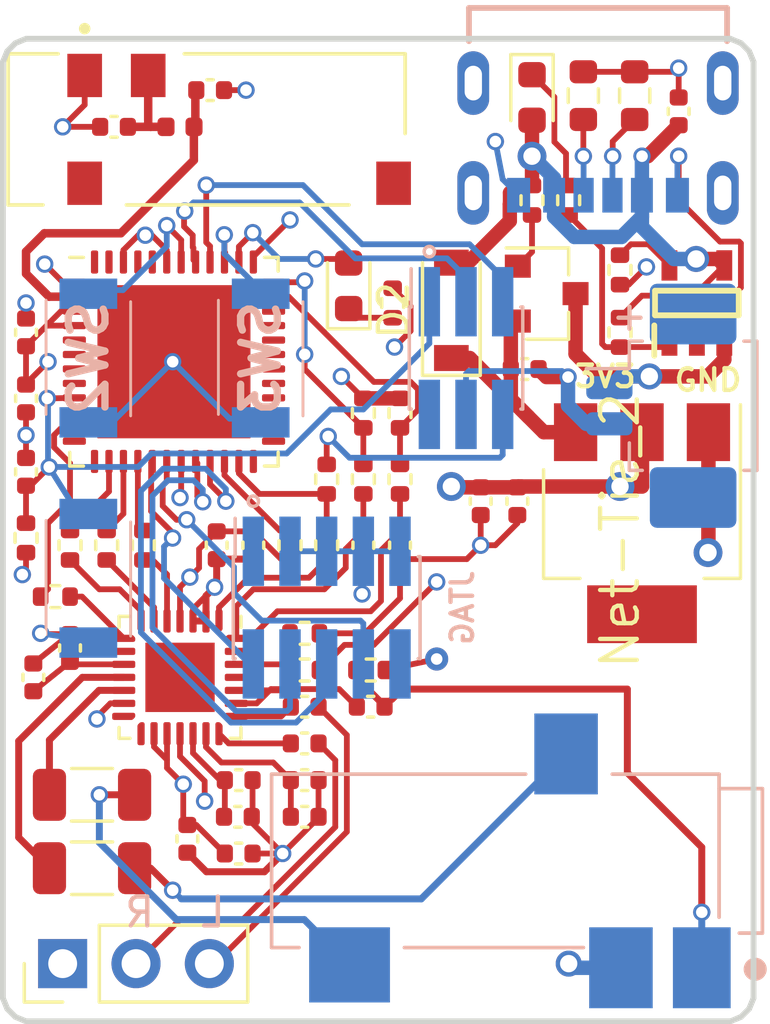
<source format=kicad_pcb>
(kicad_pcb (version 20171130) (host pcbnew "(5.1.8)-1")
  (layers (0 F.Cu signal) (1 In1.Cu power hide) (2 In2.Cu power hide) (31 B.Cu signal) (34 B.Paste user) (35 F.Paste user) (36 B.SilkS user) (37 F.SilkS user) (38 B.Mask user) (39 F.Mask user) (44 Edge.Cuts user))
  (net 0 "")
  (net 1 GND)
  (net 2 Reset)
  (net 3 Ant)
  (net 4 +3V3)
  (net 5 "Net-(C4-Pad1)")
  (net 6 VREF)
  (net 7 GNDA)
  (net 8 ADCVREF)
  (net 9 VMID)
  (net 10 VBUS)
  (net 11 +3.3VA)
  (net 12 "Net-(C22-Pad1)")
  (net 13 "Net-(C24-Pad2)")
  (net 14 HP_MIC)
  (net 15 "Net-(C25-Pad2)")
  (net 16 LINEIN_R)
  (net 17 "Net-(C26-Pad2)")
  (net 18 LINEIN_L)
  (net 19 "Net-(C27-Pad1)")
  (net 20 HP_R)
  (net 21 "Net-(C28-Pad1)")
  (net 22 HP_L)
  (net 23 "Net-(C29-Pad1)")
  (net 24 "Net-(D1-Pad1)")
  (net 25 STATUS_LED)
  (net 26 "Net-(D4-Pad1)")
  (net 27 "Net-(IC1-Pad5)")
  (net 28 VBAT)
  (net 29 "Net-(IC1-Pad1)")
  (net 30 "Net-(J1-PadA5)")
  (net 31 "Net-(J1-PadB5)")
  (net 32 "Net-(J5-Pad10)")
  (net 33 MTDI)
  (net 34 MTDO)
  (net 35 MTCK)
  (net 36 MTMS)
  (net 37 "Net-(J5-Pad1)")
  (net 38 IO0)
  (net 39 RXD0)
  (net 40 TXD0)
  (net 41 "Net-(J6-Pad2)")
  (net 42 "Net-(Q1-Pad1)")
  (net 43 MCLK)
  (net 44 "Net-(R7-Pad1)")
  (net 45 I2S_BCLK)
  (net 46 "Net-(R8-Pad1)")
  (net 47 I2S_LRCLK)
  (net 48 "Net-(R9-Pad1)")
  (net 49 I2S_DAC)
  (net 50 "Net-(R10-Pad1)")
  (net 51 I2S_ADC)
  (net 52 "Net-(R11-Pad1)")
  (net 53 MODE)
  (net 54 SDA)
  (net 55 SCLK)
  (net 56 "Net-(R21-Pad1)")
  (net 57 "Net-(U1-Pad25)")
  (net 58 "Net-(U1-Pad15)")
  (net 59 "Net-(U1-Pad14)")
  (net 60 "Net-(U1-Pad9)")
  (net 61 "Net-(U2-Pad48)")
  (net 62 "Net-(U2-Pad47)")
  (net 63 "Net-(U2-Pad45)")
  (net 64 "Net-(U2-Pad44)")
  (net 65 "Net-(U2-Pad34)")
  (net 66 "Net-(U2-Pad33)")
  (net 67 "Net-(U2-Pad32)")
  (net 68 "Net-(U2-Pad31)")
  (net 69 "Net-(U2-Pad30)")
  (net 70 "Net-(U2-Pad29)")
  (net 71 "Net-(U2-Pad28)")
  (net 72 "Net-(U2-Pad27)")
  (net 73 "Net-(U2-Pad26)")
  (net 74 "Net-(U2-Pad25)")
  (net 75 "Net-(U2-Pad24)")
  (net 76 "Net-(U2-Pad13)")
  (net 77 "Net-(U2-Pad12)")
  (net 78 "Net-(U2-Pad10)")
  (net 79 "Net-(U2-Pad8)")
  (net 80 "Net-(U2-Pad7)")
  (net 81 "Net-(U2-Pad6)")
  (net 82 "Net-(U2-Pad5)")
  (net 83 "Net-(C14-Pad2)")
  (net 84 IO21)
  (net 85 IO22)
  (module audioboard:TS1088R02026 (layer B.Cu) (at 85.344 87.249 90)
    (fp_text reference SW3 (at 0 0 270) (layer B.SilkS) (effects (font (size 1.27 1.27) (thickness 0.254)) (justify mirror)))
    (fp_text value RESET hide)
    (pad 1 smd rect (at -2.225 0 90) (size 1.05 2) (layers B.Cu B.Paste B.Mask) (net 1 GND))
    (pad 2 smd rect (at 2.225 0 90) (size 1.05 2) (layers B.Cu B.Paste B.Mask) (net 85 IO22))
  )
  (module audioboard:TS1088R02026 (layer B.Cu) (at 79.375 87.249 90)
    (fp_text reference SW2 (at 0 0 90) (layer B.SilkS) (effects (font (size 1.27 1.27) (thickness 0.254)) (justify mirror)))
    (fp_text value RESET hide)
    (pad 1 smd rect (at -2.225 0 90) (size 1.05 2) (layers B.Cu B.Paste B.Mask) (net 1 GND))
    (pad 2 smd rect (at 2.225 0 90) (size 1.05 2) (layers B.Cu B.Paste B.Mask) (net 84 IO21))
  )
  (module Inductor_SMD:L_0402_1005Metric (layer F.Cu) (at 82.55 79.248)
    (fp_text reference L1 hide)
    (fp_text value 0nH)
    (pad 2 smd roundrect (at 0.485 0) (size 0.59 0.64) (layers F.Cu F.Paste F.Mask) (net 3 Ant))
    (pad 1 smd roundrect (at -0.485 0) (size 0.59 0.64) (layers F.Cu F.Paste F.Mask) (net 83 "Net-(C14-Pad2)"))
  )
  (module Capacitor_SMD:C_0402_1005Metric (layer F.Cu) (at 80.264 79.248)
    (fp_text reference C14 hide)
    (fp_text value 2.2nF)
    (pad 2 smd roundrect (at 0.48 0) (size 0.56 0.62) (layers F.Cu F.Paste F.Mask) (net 83 "Net-(C14-Pad2)"))
    (pad 1 smd roundrect (at -0.48 0) (size 0.56 0.62) (layers F.Cu F.Paste F.Mask) (net 1 GND))
  )
  (module Capacitor_SMD:C_0402_1005Metric (layer F.Cu) (at 83.594 77.978 180)
    (fp_text reference C2 hide)
    (fp_text value 4.7nF)
    (pad 2 smd roundrect (at 0.48 0 180) (size 0.56 0.62) (layers F.Cu F.Paste F.Mask) (net 3 Ant))
    (pad 1 smd roundrect (at -0.48 0 180) (size 0.56 0.62) (layers F.Cu F.Paste F.Mask) (net 1 GND))
  )
  (module NetTie:NetTie-2_SMD_Pad0.5mm (layer F.Cu) (at 99.314 93.98)
    (fp_text reference NT1 hide)
    (fp_text value Net-Tie_2)
  )
  (module Connector_Molex:Molex_PicoBlade_53261-0271_1x02-1MP_P1.25mm_Horizontal (layer B.Cu) (at 99.822 88.9 270)
    (fp_text reference J2 hide)
    (fp_text value Conn_01x02)
    (fp_text user + (at -3.048 1.778 270) (layer B.SilkS) (effects (justify mirror)))
    (pad MP smd roundrect (at 3.175 -0.5 270) (size 2.1 3) (layers B.Cu B.Paste B.Mask) (roundrect_rratio 0.119047619047619))
    (pad MP smd roundrect (at -3.175 -0.5 270) (size 2.1 3) (layers B.Cu B.Paste B.Mask) (roundrect_rratio 0.119047619047619))
    (pad 2 smd roundrect (at 0.625 2.4 270) (size 0.8 1.6) (layers B.Cu B.Paste B.Mask) (net 1 GND))
    (pad 1 smd roundrect (at -0.625 2.4 270) (size 0.8 1.6) (layers B.Cu B.Paste B.Mask) (net 28 VBAT))
  )
  (module Resistor_SMD:R_0402_1005Metric (layer F.Cu) (at 97.79 86.36 90)
    (fp_text reference R16 hide)
    (fp_text value 10k)
    (pad 2 smd roundrect (at 0.51 0 90) (size 0.54 0.64) (layers F.Cu F.Paste F.Mask) (net 10 VBUS))
    (pad 1 smd roundrect (at -0.51 0 90) (size 0.54 0.64) (layers F.Cu F.Paste F.Mask) (net 29 "Net-(IC1-Pad1)"))
  )
  (module Resistor_SMD:R_0402_1005Metric (layer F.Cu) (at 96.012 81.788 90)
    (fp_text reference R4 hide)
    (fp_text value 2k)
    (pad 2 smd roundrect (at 0.51 0 90) (size 0.54 0.64) (layers F.Cu F.Paste F.Mask) (net 24 "Net-(D1-Pad1)"))
    (pad 1 smd roundrect (at -0.51 0 90) (size 0.54 0.64) (layers F.Cu F.Paste F.Mask) (net 29 "Net-(IC1-Pad1)"))
  )
  (module NetTie:NetTie-2_SMD_Pad0.5mm (layer B.Cu) (at 97.79 93.218 90)
    (fp_text reference NT2 hide)
    (fp_text value Net-Tie_2 (at 0 0 90) (layer F.SilkS) (effects (font (size 1.27 1.27))))
  )
  (module Package_TO_SOT_SMD:SOT-223 (layer F.Cu) (at 98.552 92.964 270)
    (fp_text reference U3 hide)
    (fp_text value AMS1117-3.3)
    (fp_text user 3V3 (at -5.08 1.27) (layer F.SilkS) (effects (font (size 0.75 0.75))))
    (fp_text user GND (at -4.953 -2.286) (layer F.SilkS) (effects (font (size 0.75 0.75))))
    (pad 1 smd rect (at -3.15 -2.3 270) (size 2 1.5) (layers F.Cu F.Paste F.Mask) (net 1 GND))
    (pad 3 smd rect (at -3.15 2.3 270) (size 2 1.5) (layers F.Cu F.Paste F.Mask) (net 5 "Net-(C4-Pad1)"))
    (pad 2 smd rect (at -3.15 0 270) (size 2 1.5) (layers F.Cu F.Paste F.Mask) (net 4 +3V3))
    (pad 4 smd rect (at 3.15 0 270) (size 2 3.8) (layers F.Cu F.Paste F.Mask))
  )
  (module Package_DFN_QFN:QFN-48-1EP_7x7mm_P0.5mm_EP5.3x5.3mm (layer F.Cu) (at 82.34 87.376)
    (fp_text reference U2 hide)
    (fp_text value ESP32-PICO-D4)
    (pad 49 smd rect (at 0 0) (size 5.3 5.3) (layers F.Cu F.Mask) (net 1 GND))
    (pad 48 smd roundrect (at -2.75 -3.45) (size 0.25 0.8) (layers F.Cu F.Paste F.Mask) (net 61 "Net-(U2-Pad48)"))
    (pad 47 smd roundrect (at -2.25 -3.45) (size 0.25 0.8) (layers F.Cu F.Paste F.Mask) (net 62 "Net-(U2-Pad47)"))
    (pad 46 smd roundrect (at -1.75 -3.45) (size 0.25 0.8) (layers F.Cu F.Paste F.Mask) (net 4 +3V3))
    (pad 45 smd roundrect (at -1.25 -3.45) (size 0.25 0.8) (layers F.Cu F.Paste F.Mask) (net 63 "Net-(U2-Pad45)"))
    (pad 44 smd roundrect (at -0.75 -3.45) (size 0.25 0.8) (layers F.Cu F.Paste F.Mask) (net 64 "Net-(U2-Pad44)"))
    (pad 43 smd roundrect (at -0.25 -3.45) (size 0.25 0.8) (layers F.Cu F.Paste F.Mask) (net 4 +3V3))
    (pad 42 smd roundrect (at 0.25 -3.45) (size 0.25 0.8) (layers F.Cu F.Paste F.Mask) (net 84 IO21))
    (pad 41 smd roundrect (at 0.75 -3.45) (size 0.25 0.8) (layers F.Cu F.Paste F.Mask) (net 40 TXD0))
    (pad 40 smd roundrect (at 1.25 -3.45) (size 0.25 0.8) (layers F.Cu F.Paste F.Mask) (net 39 RXD0))
    (pad 39 smd roundrect (at 1.75 -3.45) (size 0.25 0.8) (layers F.Cu F.Paste F.Mask) (net 85 IO22))
    (pad 38 smd roundrect (at 2.25 -3.45) (size 0.25 0.8) (layers F.Cu F.Paste F.Mask) (net 25 STATUS_LED))
    (pad 37 smd roundrect (at 2.75 -3.45) (size 0.25 0.8) (layers F.Cu F.Paste F.Mask) (net 4 +3V3))
    (pad 36 smd roundrect (at 3.45 -2.75) (size 0.8 0.25) (layers F.Cu F.Paste F.Mask) (net 55 SCLK))
    (pad 35 smd roundrect (at 3.45 -2.25) (size 0.8 0.25) (layers F.Cu F.Paste F.Mask) (net 54 SDA))
    (pad 34 smd roundrect (at 3.45 -1.75) (size 0.8 0.25) (layers F.Cu F.Paste F.Mask) (net 65 "Net-(U2-Pad34)"))
    (pad 33 smd roundrect (at 3.45 -1.25) (size 0.8 0.25) (layers F.Cu F.Paste F.Mask) (net 66 "Net-(U2-Pad33)"))
    (pad 32 smd roundrect (at 3.45 -0.75) (size 0.8 0.25) (layers F.Cu F.Paste F.Mask) (net 67 "Net-(U2-Pad32)"))
    (pad 31 smd roundrect (at 3.45 -0.25) (size 0.8 0.25) (layers F.Cu F.Paste F.Mask) (net 68 "Net-(U2-Pad31)"))
    (pad 30 smd roundrect (at 3.45 0.25) (size 0.8 0.25) (layers F.Cu F.Paste F.Mask) (net 69 "Net-(U2-Pad30)"))
    (pad 29 smd roundrect (at 3.45 0.75) (size 0.8 0.25) (layers F.Cu F.Paste F.Mask) (net 70 "Net-(U2-Pad29)"))
    (pad 28 smd roundrect (at 3.45 1.25) (size 0.8 0.25) (layers F.Cu F.Paste F.Mask) (net 71 "Net-(U2-Pad28)"))
    (pad 27 smd roundrect (at 3.45 1.75) (size 0.8 0.25) (layers F.Cu F.Paste F.Mask) (net 72 "Net-(U2-Pad27)"))
    (pad 26 smd roundrect (at 3.45 2.25) (size 0.8 0.25) (layers F.Cu F.Paste F.Mask) (net 73 "Net-(U2-Pad26)"))
    (pad 25 smd roundrect (at 3.45 2.75) (size 0.8 0.25) (layers F.Cu F.Paste F.Mask) (net 74 "Net-(U2-Pad25)"))
    (pad 24 smd roundrect (at 2.75 3.45) (size 0.25 0.8) (layers F.Cu F.Paste F.Mask) (net 75 "Net-(U2-Pad24)"))
    (pad 23 smd roundrect (at 2.25 3.45) (size 0.25 0.8) (layers F.Cu F.Paste F.Mask) (net 43 MCLK))
    (pad 22 smd roundrect (at 1.75 3.45) (size 0.25 0.8) (layers F.Cu F.Paste F.Mask) (net 56 "Net-(R21-Pad1)"))
    (pad 21 smd roundrect (at 1.25 3.45) (size 0.25 0.8) (layers F.Cu F.Paste F.Mask) (net 34 MTDO))
    (pad 20 smd roundrect (at 0.75 3.45) (size 0.25 0.8) (layers F.Cu F.Paste F.Mask) (net 35 MTCK))
    (pad 19 smd roundrect (at 0.25 3.45) (size 0.25 0.8) (layers F.Cu F.Paste F.Mask) (net 4 +3V3))
    (pad 18 smd roundrect (at -0.25 3.45) (size 0.25 0.8) (layers F.Cu F.Paste F.Mask) (net 33 MTDI))
    (pad 17 smd roundrect (at -0.75 3.45) (size 0.25 0.8) (layers F.Cu F.Paste F.Mask) (net 36 MTMS))
    (pad 16 smd roundrect (at -1.25 3.45) (size 0.25 0.8) (layers F.Cu F.Paste F.Mask) (net 45 I2S_BCLK))
    (pad 15 smd roundrect (at -1.75 3.45) (size 0.25 0.8) (layers F.Cu F.Paste F.Mask) (net 49 I2S_DAC))
    (pad 14 smd roundrect (at -2.25 3.45) (size 0.25 0.8) (layers F.Cu F.Paste F.Mask) (net 47 I2S_LRCLK))
    (pad 13 smd roundrect (at -2.75 3.45) (size 0.25 0.8) (layers F.Cu F.Paste F.Mask) (net 76 "Net-(U2-Pad13)"))
    (pad 12 smd roundrect (at -3.45 2.75) (size 0.8 0.25) (layers F.Cu F.Paste F.Mask) (net 77 "Net-(U2-Pad12)"))
    (pad 11 smd roundrect (at -3.45 2.25) (size 0.8 0.25) (layers F.Cu F.Paste F.Mask) (net 51 I2S_ADC))
    (pad 10 smd roundrect (at -3.45 1.75) (size 0.8 0.25) (layers F.Cu F.Paste F.Mask) (net 78 "Net-(U2-Pad10)"))
    (pad 9 smd roundrect (at -3.45 1.25) (size 0.8 0.25) (layers F.Cu F.Paste F.Mask) (net 2 Reset))
    (pad 8 smd roundrect (at -3.45 0.75) (size 0.8 0.25) (layers F.Cu F.Paste F.Mask) (net 79 "Net-(U2-Pad8)"))
    (pad 7 smd roundrect (at -3.45 0.25) (size 0.8 0.25) (layers F.Cu F.Paste F.Mask) (net 80 "Net-(U2-Pad7)"))
    (pad 6 smd roundrect (at -3.45 -0.25) (size 0.8 0.25) (layers F.Cu F.Paste F.Mask) (net 81 "Net-(U2-Pad6)"))
    (pad 5 smd roundrect (at -3.45 -0.75) (size 0.8 0.25) (layers F.Cu F.Paste F.Mask) (net 82 "Net-(U2-Pad5)"))
    (pad 4 smd roundrect (at -3.45 -1.25) (size 0.8 0.25) (layers F.Cu F.Paste F.Mask) (net 4 +3V3))
    (pad 3 smd roundrect (at -3.45 -1.75) (size 0.8 0.25) (layers F.Cu F.Paste F.Mask) (net 4 +3V3))
    (pad 2 smd roundrect (at -3.45 -2.25) (size 0.8 0.25) (layers F.Cu F.Paste F.Mask) (net 3 Ant))
    (pad 1 smd roundrect (at -3.45 -2.75) (size 0.8 0.25) (layers F.Cu F.Paste F.Mask) (net 4 +3V3))
  )
  (module Package_DFN_QFN:QFN-28-1EP_4x4mm_P0.45mm_EP2.4x2.4mm (layer F.Cu) (at 82.55 98.298 270)
    (fp_text reference U1 hide)
    (fp_text value ES8388)
    (pad 29 smd rect (at 0 0 270) (size 2.4 2.4) (layers F.Cu F.Mask))
    (pad 28 smd custom (at -1.35 -1.95 270) (size 0.179289 0.179289) (layers F.Cu F.Paste F.Mask) (net 19 "Net-(C27-Pad1)") (options (clearance outline) (anchor circle)) (primitives (gr_poly (pts (xy -0.0625 -0.3375) (xy 0.0625 -0.3375) (xy 0.0625 0.3375) (xy 0.000888 0.3375) (xy -0.0625 0.274112)) (width 0.125))))
    (pad 27 smd roundrect (at -0.9 -1.95 270) (size 0.25 0.8) (layers F.Cu F.Paste F.Mask) (net 12 "Net-(C22-Pad1)"))
    (pad 26 smd roundrect (at -0.45 -1.95 270) (size 0.25 0.8) (layers F.Cu F.Paste F.Mask) (net 53 MODE))
    (pad 25 smd roundrect (at 0 -1.95 270) (size 0.25 0.8) (layers F.Cu F.Paste F.Mask) (net 57 "Net-(U1-Pad25)"))
    (pad 24 smd roundrect (at 0.45 -1.95 270) (size 0.25 0.8) (layers F.Cu F.Paste F.Mask) (net 13 "Net-(C24-Pad2)"))
    (pad 23 smd roundrect (at 0.9 -1.95 270) (size 0.25 0.8) (layers F.Cu F.Paste F.Mask) (net 13 "Net-(C24-Pad2)"))
    (pad 22 smd custom (at 1.35 -1.95 270) (size 0.179289 0.179289) (layers F.Cu F.Paste F.Mask) (net 17 "Net-(C26-Pad2)") (options (clearance outline) (anchor circle)) (primitives (gr_poly (pts (xy -0.0625 -0.3375) (xy 0.0625 -0.3375) (xy 0.0625 0.274112) (xy -0.000888 0.3375) (xy -0.0625 0.3375)) (width 0.125))))
    (pad 21 smd custom (at 1.95 -1.35 270) (size 0.179289 0.179289) (layers F.Cu F.Paste F.Mask) (net 15 "Net-(C25-Pad2)") (options (clearance outline) (anchor circle)) (primitives (gr_poly (pts (xy -0.3375 0.000888) (xy -0.274112 -0.0625) (xy 0.3375 -0.0625) (xy 0.3375 0.0625) (xy -0.3375 0.0625)) (width 0.125))))
    (pad 20 smd roundrect (at 1.95 -0.9 270) (size 0.8 0.25) (layers F.Cu F.Paste F.Mask) (net 9 VMID))
    (pad 19 smd roundrect (at 1.95 -0.45 270) (size 0.8 0.25) (layers F.Cu F.Paste F.Mask) (net 8 ADCVREF))
    (pad 18 smd roundrect (at 1.95 0 270) (size 0.8 0.25) (layers F.Cu F.Paste F.Mask) (net 7 GNDA))
    (pad 17 smd roundrect (at 1.95 0.45 270) (size 0.8 0.25) (layers F.Cu F.Paste F.Mask) (net 11 +3.3VA))
    (pad 16 smd roundrect (at 1.95 0.9 270) (size 0.8 0.25) (layers F.Cu F.Paste F.Mask) (net 11 +3.3VA))
    (pad 15 smd custom (at 1.95 1.35 270) (size 0.179289 0.179289) (layers F.Cu F.Paste F.Mask) (net 58 "Net-(U1-Pad15)") (options (clearance outline) (anchor circle)) (primitives (gr_poly (pts (xy -0.3375 -0.0625) (xy 0.3375 -0.0625) (xy 0.3375 0.0625) (xy -0.274112 0.0625) (xy -0.3375 -0.000888)) (width 0.125))))
    (pad 14 smd custom (at 1.35 1.95 270) (size 0.179289 0.179289) (layers F.Cu F.Paste F.Mask) (net 59 "Net-(U1-Pad14)") (options (clearance outline) (anchor circle)) (primitives (gr_poly (pts (xy -0.0625 -0.3375) (xy -0.000888 -0.3375) (xy 0.0625 -0.274112) (xy 0.0625 0.3375) (xy -0.0625 0.3375)) (width 0.125))))
    (pad 13 smd roundrect (at 0.9 1.95 270) (size 0.25 0.8) (layers F.Cu F.Paste F.Mask) (net 7 GNDA))
    (pad 12 smd roundrect (at 0.45 1.95 270) (size 0.25 0.8) (layers F.Cu F.Paste F.Mask) (net 23 "Net-(C29-Pad1)"))
    (pad 11 smd roundrect (at 0 1.95 270) (size 0.25 0.8) (layers F.Cu F.Paste F.Mask) (net 21 "Net-(C28-Pad1)"))
    (pad 10 smd roundrect (at -0.45 1.95 270) (size 0.25 0.8) (layers F.Cu F.Paste F.Mask) (net 6 VREF))
    (pad 9 smd roundrect (at -0.9 1.95 270) (size 0.25 0.8) (layers F.Cu F.Paste F.Mask) (net 60 "Net-(U1-Pad9)"))
    (pad 8 smd custom (at -1.35 1.95 270) (size 0.179289 0.179289) (layers F.Cu F.Paste F.Mask) (net 52 "Net-(R11-Pad1)") (options (clearance outline) (anchor circle)) (primitives (gr_poly (pts (xy -0.0625 -0.274112) (xy 0.000888 -0.3375) (xy 0.0625 -0.3375) (xy 0.0625 0.3375) (xy -0.0625 0.3375)) (width 0.125))))
    (pad 7 smd custom (at -1.95 1.35 270) (size 0.179289 0.179289) (layers F.Cu F.Paste F.Mask) (net 48 "Net-(R9-Pad1)") (options (clearance outline) (anchor circle)) (primitives (gr_poly (pts (xy -0.3375 -0.0625) (xy 0.3375 -0.0625) (xy 0.3375 -0.000888) (xy 0.274112 0.0625) (xy -0.3375 0.0625)) (width 0.125))))
    (pad 6 smd roundrect (at -1.95 0.9 270) (size 0.8 0.25) (layers F.Cu F.Paste F.Mask) (net 50 "Net-(R10-Pad1)"))
    (pad 5 smd roundrect (at -1.95 0.45 270) (size 0.8 0.25) (layers F.Cu F.Paste F.Mask) (net 46 "Net-(R8-Pad1)"))
    (pad 4 smd roundrect (at -1.95 0 270) (size 0.8 0.25) (layers F.Cu F.Paste F.Mask) (net 1 GND))
    (pad 3 smd roundrect (at -1.95 -0.45 270) (size 0.8 0.25) (layers F.Cu F.Paste F.Mask) (net 4 +3V3))
    (pad 2 smd roundrect (at -1.95 -0.9 270) (size 0.8 0.25) (layers F.Cu F.Paste F.Mask) (net 4 +3V3))
    (pad 1 smd custom (at -1.95 -1.35 270) (size 0.179289 0.179289) (layers F.Cu F.Paste F.Mask) (net 44 "Net-(R7-Pad1)") (options (clearance outline) (anchor circle)) (primitives (gr_poly (pts (xy -0.3375 -0.0625) (xy 0.274112 -0.0625) (xy 0.3375 0.000888) (xy 0.3375 0.0625) (xy -0.3375 0.0625)) (width 0.125))))
  )
  (module audioboard:TS1088R02026 (layer B.Cu) (at 79.375 94.869 270)
    (fp_text reference SW1 hide)
    (fp_text value RESET hide)
    (pad 1 smd rect (at -2.225 0 270) (size 1.05 2) (layers B.Cu B.Paste B.Mask) (net 2 Reset))
    (pad 2 smd rect (at 2.225 0 270) (size 1.05 2) (layers B.Cu B.Paste B.Mask) (net 1 GND))
  )
  (module Resistor_SMD:R_0402_1005Metric (layer F.Cu) (at 89.916 85.344 270)
    (fp_text reference R22 hide)
    (fp_text value 2k)
    (pad 2 smd roundrect (at 0.51 0 270) (size 0.54 0.64) (layers F.Cu F.Paste F.Mask) (net 26 "Net-(D4-Pad1)"))
    (pad 1 smd roundrect (at -0.51 0 270) (size 0.54 0.64) (layers F.Cu F.Paste F.Mask) (net 1 GND))
  )
  (module Resistor_SMD:R_0402_1005Metric (layer F.Cu) (at 86.36 93.726 270)
    (fp_text reference R21 hide)
    (fp_text value 10k)
    (pad 2 smd roundrect (at 0.51 0 270) (size 0.54 0.64) (layers F.Cu F.Paste F.Mask) (net 1 GND))
    (pad 1 smd roundrect (at -0.51 0 270) (size 0.54 0.64) (layers F.Cu F.Paste F.Mask) (net 56 "Net-(R21-Pad1)"))
  )
  (module Resistor_SMD:R_0402_1005Metric (layer F.Cu) (at 87.63 91.44 270)
    (fp_text reference R20 hide)
    (fp_text value 10k)
    (pad 2 smd roundrect (at 0.51 0 270) (size 0.54 0.64) (layers F.Cu F.Paste F.Mask) (net 43 MCLK))
    (pad 1 smd roundrect (at -0.51 0 270) (size 0.54 0.64) (layers F.Cu F.Paste F.Mask) (net 38 IO0))
  )
  (module Resistor_SMD:R_0402_1005Metric (layer F.Cu) (at 94.742 81.788 90)
    (fp_text reference R19 hide)
    (fp_text value 100k)
    (pad 2 smd roundrect (at 0.51 0 90) (size 0.54 0.64) (layers F.Cu F.Paste F.Mask) (net 10 VBUS))
    (pad 1 smd roundrect (at -0.51 0 90) (size 0.54 0.64) (layers F.Cu F.Paste F.Mask) (net 42 "Net-(Q1-Pad1)"))
  )
  (module Resistor_SMD:R_0402_1005Metric (layer F.Cu) (at 88.9 89.154 90)
    (fp_text reference R18 hide)
    (fp_text value 2.2k)
    (pad 2 smd roundrect (at 0.51 0 90) (size 0.54 0.64) (layers F.Cu F.Paste F.Mask) (net 4 +3V3))
    (pad 1 smd roundrect (at -0.51 0 90) (size 0.54 0.64) (layers F.Cu F.Paste F.Mask) (net 55 SCLK))
  )
  (module Resistor_SMD:R_0402_1005Metric (layer F.Cu) (at 90.17 89.154 270)
    (fp_text reference R17 hide)
    (fp_text value 2.2k)
    (pad 2 smd roundrect (at 0.51 0 270) (size 0.54 0.64) (layers F.Cu F.Paste F.Mask) (net 54 SDA))
    (pad 1 smd roundrect (at -0.51 0 270) (size 0.54 0.64) (layers F.Cu F.Paste F.Mask) (net 4 +3V3))
  )
  (module Resistor_SMD:R_0402_1005Metric (layer F.Cu) (at 88.9 91.44 270)
    (fp_text reference R15 hide)
    (fp_text value 100R)
    (pad 2 smd roundrect (at 0.51 0 270) (size 0.54 0.64) (layers F.Cu F.Paste F.Mask) (net 19 "Net-(C27-Pad1)"))
    (pad 1 smd roundrect (at -0.51 0 270) (size 0.54 0.64) (layers F.Cu F.Paste F.Mask) (net 55 SCLK))
  )
  (module Resistor_SMD:R_0402_1005Metric (layer F.Cu) (at 90.17 91.44 270)
    (fp_text reference R14 hide)
    (fp_text value 100R)
    (pad 2 smd roundrect (at 0.51 0 270) (size 0.54 0.64) (layers F.Cu F.Paste F.Mask) (net 12 "Net-(C22-Pad1)"))
    (pad 1 smd roundrect (at -0.51 0 270) (size 0.54 0.64) (layers F.Cu F.Paste F.Mask) (net 54 SDA))
  )
  (module Resistor_SMD:R_0402_1005Metric (layer F.Cu) (at 86.868 96.774)
    (fp_text reference R13 hide)
    (fp_text value 10k)
    (pad 2 smd roundrect (at 0.51 0) (size 0.54 0.64) (layers F.Cu F.Paste F.Mask) (net 1 GND))
    (pad 1 smd roundrect (at -0.51 0) (size 0.54 0.64) (layers F.Cu F.Paste F.Mask) (net 53 MODE))
  )
  (module Resistor_SMD:R_0402_1005Metric (layer F.Cu) (at 86.868 98.044 180)
    (fp_text reference R12 hide)
    (fp_text value 10k)
    (pad 2 smd roundrect (at 0.51 0 180) (size 0.54 0.64) (layers F.Cu F.Paste F.Mask) (net 53 MODE))
    (pad 1 smd roundrect (at -0.51 0 180) (size 0.54 0.64) (layers F.Cu F.Paste F.Mask) (net 4 +3V3))
  )
  (module Resistor_SMD:R_0402_1005Metric (layer F.Cu) (at 78.232 95.504 180)
    (fp_text reference R11 hide)
    (fp_text value 33R)
    (pad 2 smd roundrect (at 0.51 0 180) (size 0.54 0.64) (layers F.Cu F.Paste F.Mask) (net 51 I2S_ADC))
    (pad 1 smd roundrect (at -0.51 0 180) (size 0.54 0.64) (layers F.Cu F.Paste F.Mask) (net 52 "Net-(R11-Pad1)"))
  )
  (module Resistor_SMD:R_0402_1005Metric (layer F.Cu) (at 80.01 93.726 90)
    (fp_text reference R10 hide)
    (fp_text value 33R)
    (pad 2 smd roundrect (at 0.51 0 90) (size 0.54 0.64) (layers F.Cu F.Paste F.Mask) (net 49 I2S_DAC))
    (pad 1 smd roundrect (at -0.51 0 90) (size 0.54 0.64) (layers F.Cu F.Paste F.Mask) (net 50 "Net-(R10-Pad1)"))
  )
  (module Resistor_SMD:R_0402_1005Metric (layer F.Cu) (at 78.74 93.726 90)
    (fp_text reference R9 hide)
    (fp_text value 33R)
    (pad 2 smd roundrect (at 0.51 0 90) (size 0.54 0.64) (layers F.Cu F.Paste F.Mask) (net 47 I2S_LRCLK))
    (pad 1 smd roundrect (at -0.51 0 90) (size 0.54 0.64) (layers F.Cu F.Paste F.Mask) (net 48 "Net-(R9-Pad1)"))
  )
  (module Resistor_SMD:R_0402_1005Metric (layer F.Cu) (at 81.28 93.726 90)
    (fp_text reference R8 hide)
    (fp_text value 33R)
    (pad 2 smd roundrect (at 0.51 0 90) (size 0.54 0.64) (layers F.Cu F.Paste F.Mask) (net 45 I2S_BCLK))
    (pad 1 smd roundrect (at -0.51 0 90) (size 0.54 0.64) (layers F.Cu F.Paste F.Mask) (net 46 "Net-(R8-Pad1)"))
  )
  (module Resistor_SMD:R_0402_1005Metric (layer F.Cu) (at 87.63 93.726 90)
    (fp_text reference R7 hide)
    (fp_text value 33R)
    (pad 2 smd roundrect (at 0.51 0 90) (size 0.54 0.64) (layers F.Cu F.Paste F.Mask) (net 43 MCLK))
    (pad 1 smd roundrect (at -0.51 0 90) (size 0.54 0.64) (layers F.Cu F.Paste F.Mask) (net 44 "Net-(R7-Pad1)"))
  )
  (module Resistor_SMD:R_0402_1005Metric (layer F.Cu) (at 89.154 98.044)
    (fp_text reference R6 hide)
    (fp_text value 2.2k)
    (pad 2 smd roundrect (at 0.51 0) (size 0.54 0.64) (layers F.Cu F.Paste F.Mask) (net 11 +3.3VA))
    (pad 1 smd roundrect (at -0.51 0) (size 0.54 0.64) (layers F.Cu F.Paste F.Mask) (net 14 HP_MIC))
  )
  (module Resistor_SMD:R_0402_1005Metric (layer F.Cu) (at 97.79 84.199 90)
    (fp_text reference R5 hide)
    (fp_text value 3.3k)
    (pad 2 smd roundrect (at 0.51 0 90) (size 0.54 0.64) (layers F.Cu F.Paste F.Mask) (net 27 "Net-(IC1-Pad5)"))
    (pad 1 smd roundrect (at -0.51 0 90) (size 0.54 0.64) (layers F.Cu F.Paste F.Mask) (net 1 GND))
  )
  (module Resistor_SMD:R_0603_1608Metric (layer F.Cu) (at 98.298 78.169 270)
    (fp_text reference R3 hide)
    (fp_text value 5.1k)
    (pad 2 smd roundrect (at 0.825 0 270) (size 0.8 0.95) (layers F.Cu F.Paste F.Mask) (net 31 "Net-(J1-PadB5)"))
    (pad 1 smd roundrect (at -0.825 0 270) (size 0.8 0.95) (layers F.Cu F.Paste F.Mask) (net 1 GND))
  )
  (module Resistor_SMD:R_0603_1608Metric (layer F.Cu) (at 96.52 78.169 270)
    (fp_text reference R2 hide)
    (fp_text value 5.1k)
    (pad 2 smd roundrect (at 0.825 0 270) (size 0.8 0.95) (layers F.Cu F.Paste F.Mask) (net 30 "Net-(J1-PadA5)"))
    (pad 1 smd roundrect (at -0.825 0 270) (size 0.8 0.95) (layers F.Cu F.Paste F.Mask) (net 1 GND))
  )
  (module Resistor_SMD:R_0402_1005Metric (layer F.Cu) (at 77.216 93.472 270)
    (fp_text reference R1 hide)
    (fp_text value 10k)
    (pad 2 smd roundrect (at 0.51 0 270) (size 0.54 0.64) (layers F.Cu F.Paste F.Mask) (net 4 +3V3))
    (pad 1 smd roundrect (at -0.51 0 270) (size 0.54 0.64) (layers F.Cu F.Paste F.Mask) (net 2 Reset))
  )
  (module Package_TO_SOT_SMD:SOT-23 (layer F.Cu) (at 95.25 85.019)
    (fp_text reference Q1 hide)
    (fp_text value AO3401A)
    (pad 3 smd rect (at 1 0) (size 0.9 0.8) (layers F.Cu F.Paste F.Mask) (net 28 VBAT))
    (pad 2 smd rect (at -1 0.95) (size 0.9 0.8) (layers F.Cu F.Paste F.Mask) (net 5 "Net-(C4-Pad1)"))
    (pad 1 smd rect (at -1 -0.95) (size 0.9 0.8) (layers F.Cu F.Paste F.Mask) (net 42 "Net-(Q1-Pad1)"))
  )
  (module Connector_PinHeader_1.27mm:PinHeader_2x03_P1.27mm_Vertical_SMD (layer B.Cu) (at 92.456 87.249 270)
    (fp_text reference J6 hide)
    (fp_text value UART)
    (pad 6 smd rect (at 1.95 -1.27 270) (size 2.4 0.74) (layers B.Cu B.Paste B.Mask) (net 38 IO0))
    (pad 5 smd rect (at -1.95 -1.27 270) (size 2.4 0.74) (layers B.Cu B.Paste B.Mask) (net 39 RXD0))
    (pad 4 smd rect (at 1.95 0 270) (size 2.4 0.74) (layers B.Cu B.Paste B.Mask) (net 1 GND))
    (pad 3 smd rect (at -1.95 0 270) (size 2.4 0.74) (layers B.Cu B.Paste B.Mask) (net 40 TXD0))
    (pad 2 smd rect (at 1.95 1.27 270) (size 2.4 0.74) (layers B.Cu B.Paste B.Mask) (net 41 "Net-(J6-Pad2)"))
    (pad 1 smd rect (at -1.95 1.27 270) (size 2.4 0.74) (layers B.Cu B.Paste B.Mask) (net 2 Reset))
  )
  (module Connector_PinHeader_1.27mm:PinHeader_2x05_P1.27mm_Vertical_SMD (layer B.Cu) (at 87.63 95.885 270)
    (fp_text reference J5 hide)
    (fp_text value JTAG)
    (fp_text user JTAG (at 0 -4.699 270) (layer B.SilkS) (effects (font (size 0.75 0.75)) (justify mirror)))
    (pad 10 smd rect (at 1.95 -2.54 270) (size 2.4 0.74) (layers B.Cu B.Paste B.Mask) (net 32 "Net-(J5-Pad10)"))
    (pad 9 smd rect (at -1.95 -2.54 270) (size 2.4 0.74) (layers B.Cu B.Paste B.Mask) (net 1 GND))
    (pad 8 smd rect (at 1.95 -1.27 270) (size 2.4 0.74) (layers B.Cu B.Paste B.Mask) (net 33 MTDI))
    (pad 7 smd rect (at -1.95 -1.27 270) (size 2.4 0.74) (layers B.Cu B.Paste B.Mask) (net 1 GND))
    (pad 6 smd rect (at 1.95 0 270) (size 2.4 0.74) (layers B.Cu B.Paste B.Mask) (net 34 MTDO))
    (pad 5 smd rect (at -1.95 0 270) (size 2.4 0.74) (layers B.Cu B.Paste B.Mask) (net 1 GND))
    (pad 4 smd rect (at 1.95 1.27 270) (size 2.4 0.74) (layers B.Cu B.Paste B.Mask) (net 35 MTCK))
    (pad 3 smd rect (at -1.95 1.27 270) (size 2.4 0.74) (layers B.Cu B.Paste B.Mask) (net 1 GND))
    (pad 2 smd rect (at 1.95 2.54 270) (size 2.4 0.74) (layers B.Cu B.Paste B.Mask) (net 36 MTMS))
    (pad 1 smd rect (at -1.95 2.54 270) (size 2.4 0.74) (layers B.Cu B.Paste B.Mask) (net 37 "Net-(J5-Pad1)"))
  )
  (module audioboard:CUI_SJ-43514-SMT (layer B.Cu) (at 93.472 104.648 180)
    (fp_text reference J4 hide)
    (fp_text value SJ-43514-SMT)
    (pad None np_thru_hole circle (at 3.75 0 180) (size 1.7 1.7) (drill 1.7) (layers *.Cu *.Mask))
    (pad None np_thru_hole circle (at -3.25 0 180) (size 1.7 1.7) (drill 1.7) (layers *.Cu *.Mask))
    (pad 4 smd rect (at -4.35 -3.7 180) (size 2.2 2.8) (layers B.Cu B.Paste B.Mask) (net 7 GNDA))
    (pad 3 smd rect (at -2.45 3.7 180) (size 2.2 2.8) (layers B.Cu B.Paste B.Mask) (net 20 HP_R))
    (pad 2 smd rect (at 5.05 -3.6 180) (size 2.8 2.6) (layers B.Cu B.Paste B.Mask) (net 22 HP_L))
    (pad 1 smd rect (at -7.15 -3.7 180) (size 2 2.8) (layers B.Cu B.Paste B.Mask) (net 14 HP_MIC))
  )
  (module Connector_PinHeader_2.54mm:PinHeader_1x03_P2.54mm_Vertical (layer F.Cu) (at 78.486 108.204 90)
    (fp_text reference J3 hide)
    (fp_text value Audio)
    (fp_text user L (at 1.778 5.207 180) (layer B.SilkS) (effects (justify mirror)))
    (fp_text user R (at 1.778 2.667 180) (layer B.SilkS) (effects (justify mirror)))
    (pad 3 thru_hole oval (at 0 5.08 90) (size 1.7 1.7) (drill 1) (layers *.Cu *.Mask) (net 18 LINEIN_L))
    (pad 2 thru_hole oval (at 0 2.54 90) (size 1.7 1.7) (drill 1) (layers *.Cu *.Mask) (net 16 LINEIN_R))
    (pad 1 thru_hole rect (at 0 0 90) (size 1.7 1.7) (drill 1) (layers *.Cu *.Mask) (net 7 GNDA))
  )
  (module audioboard:GCT_USB4125-GF-A_REVA (layer B.Cu) (at 97.028 81.534)
    (fp_text reference J1 hide)
    (fp_text value GCT_USB4125)
    (pad B12 smd rect (at -2.75 0.08) (size 0.8 1.2) (layers B.Cu B.Paste B.Mask) (net 1 GND))
    (pad A12 smd rect (at 2.75 0.08) (size 0.8 1.2) (layers B.Cu B.Paste B.Mask) (net 1 GND))
    (pad B9 smd rect (at -1.52 0.08) (size 0.76 1.2) (layers B.Cu B.Paste B.Mask) (net 10 VBUS))
    (pad A9 smd rect (at 1.52 0.08) (size 0.76 1.2) (layers B.Cu B.Paste B.Mask) (net 10 VBUS))
    (pad A5 smd rect (at -0.5 0.08) (size 0.7 1.2) (layers B.Cu B.Paste B.Mask) (net 30 "Net-(J1-PadA5)"))
    (pad B5 smd rect (at 0.5 0.08) (size 0.7 1.2) (layers B.Cu B.Paste B.Mask) (net 31 "Net-(J1-PadB5)"))
    (pad S1 thru_hole oval (at -4.32 0) (size 1.1 2.2) (drill oval 0.6 1.2) (layers *.Cu *.Mask) (net 1 GND))
    (pad S2 thru_hole oval (at 4.32 0) (size 1.1 2.2) (drill oval 0.6 1.2) (layers *.Cu *.Mask) (net 1 GND))
    (pad S3 thru_hole oval (at -4.32 -3.8) (size 1.1 2.2) (drill oval 0.6 1.2) (layers *.Cu *.Mask) (net 1 GND))
    (pad S4 thru_hole oval (at 4.32 -3.8) (size 1.1 2.2) (drill oval 0.6 1.2) (layers *.Cu *.Mask) (net 1 GND))
  )
  (module audioboard:SOT95P280X100-5N (layer F.Cu) (at 100.452 85.344 90)
    (fp_text reference IC1 hide)
    (fp_text value TP4054-42-SOT25-R hide)
    (pad 5 smd rect (at 1.3 -0.95 180) (size 0.55 1.05) (layers F.Cu F.Paste F.Mask) (net 27 "Net-(IC1-Pad5)"))
    (pad 4 smd rect (at 1.3 0.95 180) (size 0.55 1.05) (layers F.Cu F.Paste F.Mask) (net 10 VBUS))
    (pad 3 smd rect (at -1.3 0.95 180) (size 0.55 1.05) (layers F.Cu F.Paste F.Mask) (net 28 VBAT))
    (pad 2 smd rect (at -1.3 0 180) (size 0.55 1.05) (layers F.Cu F.Paste F.Mask) (net 1 GND))
    (pad 1 smd rect (at -1.3 -0.95 180) (size 0.55 1.05) (layers F.Cu F.Paste F.Mask) (net 29 "Net-(IC1-Pad1)"))
  )
  (module PRO-OB-440:ANT_PRO-OB-440 (layer F.Cu) (at 79.248 77.47)
    (fp_text reference E1 hide)
    (fp_text value PRO-OB-440)
    (pad 1 smd rect (at 0 0) (size 1.2 1.5) (layers F.Cu F.Paste F.Mask) (net 1 GND))
    (pad 2 smd rect (at 2.2 0) (size 1.2 1.5) (layers F.Cu F.Paste F.Mask) (net 83 "Net-(C14-Pad2)"))
    (pad 4 smd rect (at 10.7 3.73) (size 1.2 1.5) (layers F.Cu F.Paste F.Mask))
    (pad 3 smd rect (at 0 3.73) (size 1.2 1.5) (layers F.Cu F.Paste F.Mask))
  )
  (module LED_SMD:LED_0603_1608Metric (layer F.Cu) (at 88.392 84.749 90)
    (fp_text reference D4 hide)
    (fp_text value LED0603)
    (pad 2 smd roundrect (at 0.7875 0 90) (size 0.875 0.95) (layers F.Cu F.Paste F.Mask) (net 25 STATUS_LED))
    (pad 1 smd roundrect (at -0.7875 0 90) (size 0.875 0.95) (layers F.Cu F.Paste F.Mask) (net 26 "Net-(D4-Pad1)"))
  )
  (module Diode_SMD:D_SOD-123 (layer F.Cu) (at 91.948 85.598 90)
    (fp_text reference D2 (at 0 -2 90) (layer F.SilkS))
    (fp_text value B5819)
    (pad 2 smd rect (at 1.65 0 90) (size 0.9 1.2) (layers F.Cu F.Paste F.Mask) (net 10 VBUS))
    (pad 1 smd rect (at -1.65 0 90) (size 0.9 1.2) (layers F.Cu F.Paste F.Mask) (net 5 "Net-(C4-Pad1)"))
  )
  (module LED_SMD:LED_0603_1608Metric (layer F.Cu) (at 94.742 78.232 270)
    (fp_text reference D1 hide)
    (fp_text value LED0603)
    (pad 2 smd roundrect (at 0.7875 0 270) (size 0.875 0.95) (layers F.Cu F.Paste F.Mask) (net 10 VBUS))
    (pad 1 smd roundrect (at -0.7875 0 270) (size 0.875 0.95) (layers F.Cu F.Paste F.Mask) (net 24 "Net-(D1-Pad1)"))
  )
  (module Capacitor_SMD:C_1206_3216Metric (layer F.Cu) (at 79.502 102.362)
    (fp_text reference C29 hide)
    (fp_text value 47uF)
    (pad 2 smd roundrect (at 1.475 0) (size 1.15 1.8) (layers F.Cu F.Paste F.Mask) (roundrect_rratio 0.2173904347826087) (net 22 HP_L))
    (pad 1 smd roundrect (at -1.475 0) (size 1.15 1.8) (layers F.Cu F.Paste F.Mask) (roundrect_rratio 0.2173904347826087) (net 23 "Net-(C29-Pad1)"))
  )
  (module Capacitor_SMD:C_1206_3216Metric (layer F.Cu) (at 79.502 104.902)
    (fp_text reference C28 hide)
    (fp_text value 47uF)
    (pad 2 smd roundrect (at 1.475 0) (size 1.15 1.8) (layers F.Cu F.Paste F.Mask) (roundrect_rratio 0.2173904347826087) (net 20 HP_R))
    (pad 1 smd roundrect (at -1.475 0) (size 1.15 1.8) (layers F.Cu F.Paste F.Mask) (roundrect_rratio 0.2173904347826087) (net 21 "Net-(C28-Pad1)"))
  )
  (module Capacitor_SMD:C_0402_1005Metric (layer F.Cu) (at 88.9 93.726 270)
    (fp_text reference C27 hide)
    (fp_text value 20pF)
    (pad 2 smd roundrect (at 0.48 0 270) (size 0.56 0.62) (layers F.Cu F.Paste F.Mask) (net 1 GND))
    (pad 1 smd roundrect (at -0.48 0 270) (size 0.56 0.62) (layers F.Cu F.Paste F.Mask) (net 19 "Net-(C27-Pad1)"))
  )
  (module Capacitor_SMD:C_0402_1005Metric (layer F.Cu) (at 86.868 99.314 180)
    (fp_text reference C26 hide)
    (fp_text value 1uF)
    (pad 2 smd roundrect (at 0.48 0 180) (size 0.56 0.62) (layers F.Cu F.Paste F.Mask) (net 17 "Net-(C26-Pad2)"))
    (pad 1 smd roundrect (at -0.48 0 180) (size 0.56 0.62) (layers F.Cu F.Paste F.Mask) (net 18 LINEIN_L))
  )
  (module Capacitor_SMD:C_0402_1005Metric (layer F.Cu) (at 86.868 100.584 180)
    (fp_text reference C25 hide)
    (fp_text value 1uF)
    (pad 2 smd roundrect (at 0.48 0 180) (size 0.56 0.62) (layers F.Cu F.Paste F.Mask) (net 15 "Net-(C25-Pad2)"))
    (pad 1 smd roundrect (at -0.48 0 180) (size 0.56 0.62) (layers F.Cu F.Paste F.Mask) (net 16 LINEIN_R))
  )
  (module Capacitor_SMD:C_0402_1005Metric (layer F.Cu) (at 89.154 99.314 180)
    (fp_text reference C24 hide)
    (fp_text value 1uF)
    (pad 2 smd roundrect (at 0.48 0 180) (size 0.56 0.62) (layers F.Cu F.Paste F.Mask) (net 13 "Net-(C24-Pad2)"))
    (pad 1 smd roundrect (at -0.48 0 180) (size 0.56 0.62) (layers F.Cu F.Paste F.Mask) (net 14 HP_MIC))
  )
  (module Capacitor_SMD:C_0402_1005Metric (layer F.Cu) (at 90.17 93.726 270)
    (fp_text reference C22 hide)
    (fp_text value 20pF)
    (pad 2 smd roundrect (at 0.48 0 270) (size 0.56 0.62) (layers F.Cu F.Paste F.Mask) (net 1 GND))
    (pad 1 smd roundrect (at -0.48 0 270) (size 0.56 0.62) (layers F.Cu F.Paste F.Mask) (net 12 "Net-(C22-Pad1)"))
  )
  (module Capacitor_SMD:C_0402_1005Metric (layer F.Cu) (at 82.804 103.886 270)
    (fp_text reference C20 hide)
    (fp_text value 100nF)
    (pad 2 smd roundrect (at 0.48 0 270) (size 0.56 0.62) (layers F.Cu F.Paste F.Mask) (net 7 GNDA))
    (pad 1 smd roundrect (at -0.48 0 270) (size 0.56 0.62) (layers F.Cu F.Paste F.Mask) (net 11 +3.3VA))
  )
  (module Capacitor_SMD:C_0402_1005Metric (layer F.Cu) (at 84.582 104.394)
    (fp_text reference C18 hide)
    (fp_text value 10uF)
    (pad 2 smd roundrect (at 0.48 0) (size 0.56 0.62) (layers F.Cu F.Paste F.Mask) (net 7 GNDA))
    (pad 1 smd roundrect (at -0.48 0) (size 0.56 0.62) (layers F.Cu F.Paste F.Mask) (net 11 +3.3VA))
  )
  (module Capacitor_SMD:C_0402_1005Metric (layer F.Cu) (at 86.868 101.854)
    (fp_text reference C17 hide)
    (fp_text value 100nF)
    (pad 2 smd roundrect (at 0.48 0) (size 0.56 0.62) (layers F.Cu F.Paste F.Mask) (net 7 GNDA))
    (pad 1 smd roundrect (at -0.48 0) (size 0.56 0.62) (layers F.Cu F.Paste F.Mask) (net 9 VMID))
  )
  (module Capacitor_SMD:C_0402_1005Metric (layer F.Cu) (at 84.554 103.124)
    (fp_text reference C16 hide)
    (fp_text value 100nF)
    (pad 2 smd roundrect (at 0.48 0) (size 0.56 0.62) (layers F.Cu F.Paste F.Mask) (net 7 GNDA))
    (pad 1 smd roundrect (at -0.48 0) (size 0.56 0.62) (layers F.Cu F.Paste F.Mask) (net 8 ADCVREF))
  )
  (module Capacitor_SMD:C_0402_1005Metric (layer F.Cu) (at 77.47 98.298 90)
    (fp_text reference C15 hide)
    (fp_text value 100nF)
    (pad 2 smd roundrect (at 0.48 0 90) (size 0.56 0.62) (layers F.Cu F.Paste F.Mask) (net 1 GND))
    (pad 1 smd roundrect (at -0.48 0 90) (size 0.56 0.62) (layers F.Cu F.Paste F.Mask) (net 6 VREF))
  )
  (module Capacitor_SMD:C_0402_1005Metric (layer F.Cu) (at 85.09 93.726 90)
    (fp_text reference C13 hide)
    (fp_text value 100nF)
    (pad 2 smd roundrect (at 0.48 0 90) (size 0.56 0.62) (layers F.Cu F.Paste F.Mask) (net 1 GND))
    (pad 1 smd roundrect (at -0.48 0 90) (size 0.56 0.62) (layers F.Cu F.Paste F.Mask) (net 4 +3V3))
  )
  (module Capacitor_SMD:C_0402_1005Metric (layer F.Cu) (at 99.822 78.712 90)
    (fp_text reference C12 hide)
    (fp_text value 10uF)
    (pad 2 smd roundrect (at 0.48 0 90) (size 0.56 0.62) (layers F.Cu F.Paste F.Mask) (net 1 GND))
    (pad 1 smd roundrect (at -0.48 0 90) (size 0.56 0.62) (layers F.Cu F.Paste F.Mask) (net 10 VBUS))
  )
  (module Capacitor_SMD:C_0402_1005Metric (layer F.Cu) (at 77.216 86.36 90)
    (fp_text reference C11 hide)
    (fp_text value 10uF)
    (pad 2 smd roundrect (at 0.48 0 90) (size 0.56 0.62) (layers F.Cu F.Paste F.Mask) (net 1 GND))
    (pad 1 smd roundrect (at -0.48 0 90) (size 0.56 0.62) (layers F.Cu F.Paste F.Mask) (net 4 +3V3))
  )
  (module Capacitor_SMD:C_0402_1005Metric (layer F.Cu) (at 92.964 92.202 270)
    (fp_text reference C10 hide)
    (fp_text value 1uF)
    (pad 2 smd roundrect (at 0.48 0 270) (size 0.56 0.62) (layers F.Cu F.Paste F.Mask) (net 1 GND))
    (pad 1 smd roundrect (at -0.48 0 270) (size 0.56 0.62) (layers F.Cu F.Paste F.Mask) (net 4 +3V3))
  )
  (module Capacitor_SMD:C_0402_1005Metric (layer F.Cu) (at 77.216 88.646 270)
    (fp_text reference C9 hide)
    (fp_text value 100nF)
    (pad 2 smd roundrect (at 0.48 0 270) (size 0.56 0.62) (layers F.Cu F.Paste F.Mask) (net 1 GND))
    (pad 1 smd roundrect (at -0.48 0 270) (size 0.56 0.62) (layers F.Cu F.Paste F.Mask) (net 4 +3V3))
  )
  (module Capacitor_SMD:C_0402_1005Metric (layer F.Cu) (at 86.868 103.124)
    (fp_text reference C8 hide)
    (fp_text value 10uF)
    (pad 2 smd roundrect (at 0.48 0) (size 0.56 0.62) (layers F.Cu F.Paste F.Mask) (net 7 GNDA))
    (pad 1 smd roundrect (at -0.48 0) (size 0.56 0.62) (layers F.Cu F.Paste F.Mask) (net 9 VMID))
  )
  (module Capacitor_SMD:C_0402_1005Metric (layer F.Cu) (at 84.582 101.854)
    (fp_text reference C7 hide)
    (fp_text value 10uF)
    (pad 2 smd roundrect (at 0.48 0) (size 0.56 0.62) (layers F.Cu F.Paste F.Mask) (net 7 GNDA))
    (pad 1 smd roundrect (at -0.48 0) (size 0.56 0.62) (layers F.Cu F.Paste F.Mask) (net 8 ADCVREF))
  )
  (module Capacitor_SMD:C_0402_1005Metric (layer F.Cu) (at 78.74 97.282 90)
    (fp_text reference C6 hide)
    (fp_text value 10uF)
    (pad 2 smd roundrect (at 0.48 0 90) (size 0.56 0.62) (layers F.Cu F.Paste F.Mask) (net 1 GND))
    (pad 1 smd roundrect (at -0.48 0 90) (size 0.56 0.62) (layers F.Cu F.Paste F.Mask) (net 6 VREF))
  )
  (module Capacitor_SMD:C_0402_1005Metric (layer F.Cu) (at 83.82 93.726 90)
    (fp_text reference C5 hide)
    (fp_text value 10uF)
    (pad 2 smd roundrect (at 0.48 0 90) (size 0.56 0.62) (layers F.Cu F.Paste F.Mask) (net 1 GND))
    (pad 1 smd roundrect (at -0.48 0 90) (size 0.56 0.62) (layers F.Cu F.Paste F.Mask) (net 4 +3V3))
  )
  (module Capacitor_SMD:C_0402_1005Metric (layer F.Cu) (at 94.488 87.63)
    (fp_text reference C4 hide)
    (fp_text value 1uF)
    (pad 2 smd roundrect (at 0.48 0) (size 0.56 0.62) (layers F.Cu F.Paste F.Mask) (net 1 GND))
    (pad 1 smd roundrect (at -0.48 0) (size 0.56 0.62) (layers F.Cu F.Paste F.Mask) (net 5 "Net-(C4-Pad1)"))
  )
  (module Capacitor_SMD:C_0402_1005Metric (layer F.Cu) (at 94.234 92.202 270)
    (fp_text reference C3 hide)
    (fp_text value 10uF)
    (pad 2 smd roundrect (at 0.48 0 270) (size 0.56 0.62) (layers F.Cu F.Paste F.Mask) (net 1 GND))
    (pad 1 smd roundrect (at -0.48 0 270) (size 0.56 0.62) (layers F.Cu F.Paste F.Mask) (net 4 +3V3))
  )
  (module Capacitor_SMD:C_0402_1005Metric (layer F.Cu) (at 77.216 91.186 90)
    (fp_text reference C1 hide)
    (fp_text value 100nF)
    (pad 2 smd roundrect (at 0.48 0 90) (size 0.56 0.62) (layers F.Cu F.Paste F.Mask) (net 1 GND))
    (pad 1 smd roundrect (at -0.48 0 90) (size 0.56 0.62) (layers F.Cu F.Paste F.Mask) (net 2 Reset))
  )
  (gr_circle (center 91.186 83.566) (end 91.059 83.693) (layer B.SilkS) (width 0.12))
  (gr_circle (center 85.09 92.202) (end 84.963 92.329) (layer B.SilkS) (width 0.12))
  (gr_line (start 101.6138 76.2) (end 77.216 76.2) (layer Edge.Cuts) (width 0.2))
  (gr_line (start 101.9814 76.3522) (end 101.6138 76.2) (layer Edge.Cuts) (width 0.2))
  (gr_line (start 76.4149 109.398899) (end 76.5671 109.7665) (layer Edge.Cuts) (width 0.2))
  (gr_line (start 102.2627 76.6335) (end 101.9814 76.3522) (layer Edge.Cuts) (width 0.2))
  (gr_line (start 102.4149 109.398899) (end 102.4149 77.001101) (layer Edge.Cuts) (width 0.2))
  (gr_line (start 101.6138 110.2) (end 101.9814 110.0478) (layer Edge.Cuts) (width 0.2))
  (gr_line (start 77.216 110.2) (end 101.6138 110.2) (layer Edge.Cuts) (width 0.2))
  (gr_line (start 76.8484 110.0478) (end 77.216 110.2) (layer Edge.Cuts) (width 0.2))
  (gr_line (start 76.5671 109.7665) (end 76.8484 110.0478) (layer Edge.Cuts) (width 0.2))
  (gr_line (start 101.9814 110.0478) (end 102.2627 109.7665) (layer Edge.Cuts) (width 0.2))
  (gr_line (start 76.8484 76.3522) (end 76.5671 76.6335) (layer Edge.Cuts) (width 0.2))
  (gr_line (start 102.2627 109.7665) (end 102.4149 109.398899) (layer Edge.Cuts) (width 0.2))
  (gr_line (start 76.4149 77.001101) (end 76.4149 109.398899) (layer Edge.Cuts) (width 0.2))
  (gr_line (start 102.4149 77.001101) (end 102.2627 76.6335) (layer Edge.Cuts) (width 0.2))
  (gr_line (start 76.5671 76.6335) (end 76.4149 77.001101) (layer Edge.Cuts) (width 0.2))
  (gr_line (start 77.216 76.2) (end 76.8484 76.3522) (layer Edge.Cuts) (width 0.2))
  (via (at 82.296 87.376) (size 0.6) (drill 0.4) (layers F.Cu B.Cu) (net 1))
  (segment (start 96.52 77.344) (end 98.298 77.344) (width 0.2) (layer F.Cu) (net 1))
  (via (at 99.822 77.216) (size 0.6) (drill 0.4) (layers F.Cu B.Cu) (net 1))
  (segment (start 99.694 77.344) (end 99.822 77.216) (width 0.2) (layer F.Cu) (net 1))
  (segment (start 98.298 77.344) (end 99.694 77.344) (width 0.2) (layer F.Cu) (net 1))
  (segment (start 99.822 78.232) (end 99.822 77.216) (width 0.2) (layer F.Cu) (net 1))
  (via (at 77.216 89.916) (size 0.6) (drill 0.4) (layers F.Cu B.Cu) (net 1))
  (segment (start 77.216 89.126) (end 77.216 89.916) (width 0.2) (layer F.Cu) (net 1))
  (via (at 77.216 85.344) (size 0.6) (drill 0.4) (layers F.Cu B.Cu) (net 1))
  (segment (start 77.216 85.88) (end 77.216 85.344) (width 0.2) (layer F.Cu) (net 1))
  (segment (start 86.08 94.236) (end 85.09 93.246) (width 0.2) (layer F.Cu) (net 1))
  (segment (start 86.36 94.236) (end 86.08 94.236) (width 0.2) (layer F.Cu) (net 1))
  (segment (start 85.09 93.246) (end 83.82 93.246) (width 0.2) (layer F.Cu) (net 1))
  (segment (start 83.20999 93.85601) (end 83.82 93.246) (width 0.2) (layer F.Cu) (net 1))
  (segment (start 83.20999 94.511208) (end 83.20999 93.85601) (width 0.2) (layer F.Cu) (net 1))
  (segment (start 82.55 95.171198) (end 82.891599 94.829599) (width 0.2) (layer F.Cu) (net 1))
  (segment (start 82.55 96.348) (end 82.55 95.171198) (width 0.2) (layer F.Cu) (net 1))
  (segment (start 82.891599 94.829599) (end 83.20999 94.511208) (width 0.2) (layer F.Cu) (net 1))
  (via (at 82.891599 94.829599) (size 0.6) (drill 0.4) (layers F.Cu B.Cu) (net 1))
  (via (at 78.486 79.248) (size 0.6) (drill 0.4) (layers F.Cu B.Cu) (net 1))
  (segment (start 79.248 78.486) (end 78.486 79.248) (width 0.2) (layer F.Cu) (net 1))
  (segment (start 79.248 77.47) (end 79.248 78.486) (width 0.2) (layer F.Cu) (net 1))
  (via (at 92.964 93.726) (size 0.6) (drill 0.4) (layers F.Cu B.Cu) (net 1))
  (segment (start 92.964 92.682) (end 92.964 93.726) (width 0.2) (layer F.Cu) (net 1))
  (segment (start 93.472 93.726) (end 92.964 93.726) (width 0.2) (layer F.Cu) (net 1))
  (segment (start 94.234 92.964) (end 93.472 93.726) (width 0.2) (layer F.Cu) (net 1))
  (segment (start 94.234 92.682) (end 94.234 92.964) (width 0.2) (layer F.Cu) (net 1))
  (via (at 100.838 93.98) (size 1) (drill 0.6) (layers F.Cu B.Cu) (net 1))
  (segment (start 100.852 89.814) (end 100.852 93.966) (width 0.5) (layer F.Cu) (net 1))
  (segment (start 98.091998 84.709) (end 98.705234 84.095764) (width 0.2) (layer F.Cu) (net 1))
  (via (at 98.705234 84.095764) (size 0.6) (drill 0.4) (layers F.Cu B.Cu) (net 1))
  (segment (start 97.79 84.709) (end 98.091998 84.709) (width 0.2) (layer F.Cu) (net 1))
  (via (at 99.822 80.264) (size 0.6) (drill 0.4) (layers F.Cu B.Cu) (net 1))
  (segment (start 99.778 81.614) (end 99.778 80.308) (width 0.2) (layer B.Cu) (net 1))
  (segment (start 99.778 80.308) (end 99.822 80.264) (width 0.2) (layer B.Cu) (net 1))
  (segment (start 99.822 81.788) (end 99.822 80.264) (width 0.2) (layer F.Cu) (net 1))
  (segment (start 101.252999 83.218999) (end 99.822 81.788) (width 0.2) (layer F.Cu) (net 1))
  (segment (start 101.977001 83.278999) (end 101.917001 83.218999) (width 0.2) (layer F.Cu) (net 1))
  (segment (start 101.917001 83.218999) (end 101.252999 83.218999) (width 0.2) (layer F.Cu) (net 1))
  (segment (start 101.977001 84.809001) (end 101.977001 83.278999) (width 0.2) (layer F.Cu) (net 1))
  (segment (start 100.452 86.334002) (end 101.977001 84.809001) (width 0.2) (layer F.Cu) (net 1))
  (segment (start 100.452 86.644) (end 100.452 86.334002) (width 0.2) (layer F.Cu) (net 1))
  (segment (start 92.484 94.206) (end 92.964 93.726) (width 0.2) (layer F.Cu) (net 1))
  (segment (start 90.17 94.206) (end 92.484 94.206) (width 0.2) (layer F.Cu) (net 1))
  (via (at 93.472 79.756) (size 0.6) (drill 0.4) (layers F.Cu B.Cu) (net 1))
  (segment (start 93.726 81.062) (end 93.472 79.756) (width 0.2) (layer B.Cu) (net 1))
  (segment (start 94.278 81.614) (end 93.726 81.062) (width 0.2) (layer B.Cu) (net 1))
  (segment (start 78.486 79.248) (end 79.784 79.248) (width 0.2) (layer F.Cu) (net 1))
  (via (at 84.836 77.978) (size 0.6) (drill 0.4) (layers F.Cu B.Cu) (net 1))
  (segment (start 84.074 77.978) (end 84.836 77.978) (width 0.2) (layer F.Cu) (net 1))
  (via (at 95.989669 87.906331) (size 0.6) (drill 0.4) (layers F.Cu B.Cu) (net 1))
  (segment (start 95.989669 88.892669) (end 95.989669 87.906331) (width 0.5) (layer B.Cu) (net 1))
  (segment (start 96.622 89.525) (end 95.989669 88.892669) (width 0.5) (layer B.Cu) (net 1))
  (segment (start 97.422 89.525) (end 96.622 89.525) (width 0.5) (layer B.Cu) (net 1))
  (segment (start 95.244331 87.906331) (end 94.968 87.63) (width 0.5) (layer F.Cu) (net 1))
  (segment (start 95.989669 87.906331) (end 95.244331 87.906331) (width 0.5) (layer F.Cu) (net 1))
  (segment (start 87.378 96.774) (end 88.9577 96.774) (width 0.2) (layer F.Cu) (net 1))
  (segment (start 88.9577 96.774) (end 90.17 95.5617) (width 0.2) (layer F.Cu) (net 1))
  (segment (start 90.17 95.5617) (end 90.17 94.206) (width 0.2) (layer F.Cu) (net 1))
  (segment (start 88.9 95.368735) (end 88.856735 95.412) (width 0.2) (layer F.Cu) (net 1))
  (via (at 88.856735 95.412) (size 0.6) (drill 0.4) (layers F.Cu B.Cu) (net 1))
  (segment (start 88.9 94.206) (end 88.9 95.368735) (width 0.2) (layer F.Cu) (net 1))
  (segment (start 88.9 95.368735) (end 88.856735 95.412) (width 0.2) (layer B.Cu) (net 1))
  (segment (start 88.9 93.935) (end 88.9 95.368735) (width 0.2) (layer B.Cu) (net 1))
  (segment (start 90.17 93.935) (end 88.9 93.935) (width 0.2) (layer B.Cu) (net 1))
  (segment (start 88.9 93.935) (end 87.63 93.935) (width 0.2) (layer B.Cu) (net 1))
  (segment (start 87.63 93.935) (end 86.36 93.935) (width 0.2) (layer B.Cu) (net 1))
  (via (at 89.9795 86.868) (size 0.6) (drill 0.4) (layers F.Cu B.Cu) (net 1))
  (segment (start 90.53601 86.31149) (end 89.9795 86.868) (width 0.2) (layer F.Cu) (net 1))
  (segment (start 90.53601 85.45401) (end 90.53601 86.31149) (width 0.2) (layer F.Cu) (net 1))
  (segment (start 89.916 84.834) (end 90.53601 85.45401) (width 0.2) (layer F.Cu) (net 1))
  (segment (start 95.782337 87.698999) (end 95.989669 87.906331) (width 0.2) (layer B.Cu) (net 1))
  (segment (start 92.556001 87.698999) (end 95.782337 87.698999) (width 0.2) (layer B.Cu) (net 1))
  (segment (start 92.456 87.799) (end 92.556001 87.698999) (width 0.2) (layer B.Cu) (net 1))
  (segment (start 92.456 89.199) (end 92.456 87.799) (width 0.2) (layer B.Cu) (net 1))
  (segment (start 77.216 90.706) (end 77.216 89.916) (width 0.2) (layer F.Cu) (net 1))
  (via (at 77.724 96.774) (size 0.6) (drill 0.4) (layers F.Cu B.Cu) (net 1))
  (segment (start 77.752 96.802) (end 77.724 96.774) (width 0.2) (layer F.Cu) (net 1))
  (segment (start 78.74 96.802) (end 77.752 96.802) (width 0.2) (layer F.Cu) (net 1))
  (segment (start 77.47 97.818) (end 78.74 96.802) (width 0.2) (layer F.Cu) (net 1))
  (segment (start 79.375 89.728) (end 79.944 89.728) (width 0.2) (layer B.Cu) (net 1))
  (segment (start 78.994 96.967) (end 77.724 96.774) (width 0.2) (layer B.Cu) (net 1))
  (segment (start 84.267 89.347) (end 82.296 87.376) (width 0.2) (layer B.Cu) (net 1))
  (segment (start 85.344 89.347) (end 84.267 89.347) (width 0.2) (layer B.Cu) (net 1))
  (segment (start 80.325 89.347) (end 82.296 87.376) (width 0.2) (layer B.Cu) (net 1))
  (segment (start 79.375 89.347) (end 80.325 89.347) (width 0.2) (layer B.Cu) (net 1))
  (via (at 77.9526 88.646) (size 0.6) (drill 0.4) (layers F.Cu B.Cu) (net 2))
  (segment (start 77.216 91.666) (end 77.216 92.962) (width 0.2) (layer F.Cu) (net 2))
  (via (at 78.019901 91.017099) (size 0.6) (drill 0.4) (layers F.Cu B.Cu) (net 2))
  (segment (start 77.371 91.666) (end 78.019901 91.017099) (width 0.2) (layer F.Cu) (net 2))
  (segment (start 77.216 91.666) (end 77.371 91.666) (width 0.2) (layer F.Cu) (net 2))
  (segment (start 78.019901 91.034901) (end 78.994 92.583) (width 0.2) (layer B.Cu) (net 2))
  (segment (start 78.019901 91.017099) (end 78.019901 91.034901) (width 0.2) (layer B.Cu) (net 2))
  (segment (start 77.978 90.848198) (end 77.978 88.646) (width 0.2) (layer B.Cu) (net 2))
  (segment (start 78.89 88.626) (end 77.978 88.646) (width 0.2) (layer F.Cu) (net 2))
  (segment (start 91.186 86.741) (end 91.186 85.299) (width 0.2) (layer B.Cu) (net 2))
  (segment (start 88.9 89.027) (end 91.186 86.741) (width 0.2) (layer B.Cu) (net 2))
  (segment (start 78.019901 91.017099) (end 81.100899 91.017099) (width 0.2) (layer B.Cu) (net 2))
  (segment (start 86.244401 90.551) (end 87.768401 89.027) (width 0.2) (layer B.Cu) (net 2))
  (segment (start 81.100899 91.017099) (end 81.566998 90.551) (width 0.2) (layer B.Cu) (net 2))
  (segment (start 81.566998 90.551) (end 86.244401 90.551) (width 0.2) (layer B.Cu) (net 2))
  (segment (start 87.768401 89.027) (end 88.9 89.027) (width 0.2) (layer B.Cu) (net 2))
  (segment (start 83.081 79.197) (end 83.03 79.248) (width 0.29337) (layer F.Cu) (net 3))
  (segment (start 83.081 77.978) (end 83.081 79.197) (width 0.29337) (layer F.Cu) (net 3))
  (segment (start 83.03 79.248) (end 83.03 80.401302) (width 0.29337) (layer F.Cu) (net 3))
  (segment (start 83.03 80.401302) (end 80.500302 82.931) (width 0.29337) (layer F.Cu) (net 3))
  (segment (start 80.500302 82.931) (end 77.851 82.931) (width 0.29337) (layer F.Cu) (net 3))
  (segment (start 77.851 82.931) (end 77.216 83.566) (width 0.29337) (layer F.Cu) (net 3))
  (segment (start 78.014 85.126) (end 78.89 85.126) (width 0.29337) (layer F.Cu) (net 3))
  (segment (start 77.216 83.566) (end 77.216 84.328) (width 0.29337) (layer F.Cu) (net 3))
  (segment (start 77.216 84.328) (end 78.014 85.126) (width 0.29337) (layer F.Cu) (net 3))
  (segment (start 77.216 86.84) (end 77.216 88.166) (width 0.2) (layer F.Cu) (net 4))
  (segment (start 98.552 89.814) (end 98.552 91.694) (width 0.5) (layer F.Cu) (net 4))
  (segment (start 94.262 91.694) (end 94.234 91.722) (width 0.5) (layer F.Cu) (net 4))
  (segment (start 98.552 91.694) (end 97.79 91.694) (width 0.5) (layer F.Cu) (net 4))
  (segment (start 83 96.348) (end 83.45 96.348) (width 0.2413) (layer F.Cu) (net 4))
  (segment (start 85.09 94.206) (end 83.82 94.206) (width 0.2413) (layer F.Cu) (net 4))
  (segment (start 97.79 91.694) (end 94.262 91.694) (width 0.5) (layer F.Cu) (net 4))
  (via (at 97.79 91.694) (size 1) (drill 0.6) (layers F.Cu B.Cu) (net 4))
  (segment (start 88.9 88.644) (end 90.17 88.644) (width 0.5) (layer F.Cu) (net 4))
  (via (at 91.948 91.694) (size 1) (drill 0.6) (layers F.Cu B.Cu) (net 4))
  (via (at 91.44 94.996) (size 0.6) (drill 0.4) (layers F.Cu B.Cu) (net 4))
  (segment (start 88.9 88.644) (end 88.898 88.644) (width 0.2) (layer F.Cu) (net 4))
  (segment (start 88.898 88.644) (end 88.138 87.884) (width 0.2) (layer F.Cu) (net 4))
  (via (at 88.138 87.884) (size 0.6) (drill 0.4) (layers F.Cu B.Cu) (net 4))
  (segment (start 77.964 86.092) (end 77.216 86.84) (width 0.2) (layer F.Cu) (net 4))
  (segment (start 78.43 85.626) (end 77.964 86.092) (width 0.2) (layer F.Cu) (net 4))
  (segment (start 78.89 85.626) (end 78.43 85.626) (width 0.2) (layer F.Cu) (net 4))
  (segment (start 77.998 86.126) (end 77.964 86.092) (width 0.2) (layer F.Cu) (net 4))
  (segment (start 78.89 86.126) (end 77.998 86.126) (width 0.2) (layer F.Cu) (net 4))
  (via (at 77.862685 83.997724) (size 0.6) (drill 0.4) (layers F.Cu B.Cu) (net 4))
  (segment (start 81.105287 82.998045) (end 81.347809 82.998045) (width 0.2) (layer F.Cu) (net 4))
  (segment (start 80.59 83.513332) (end 81.105287 82.998045) (width 0.2) (layer F.Cu) (net 4))
  (segment (start 82.09 83.926) (end 82.09 83.513332) (width 0.2) (layer F.Cu) (net 4))
  (segment (start 82.09 83.513332) (end 81.574713 82.998045) (width 0.2) (layer F.Cu) (net 4))
  (segment (start 80.59 83.926) (end 80.59 83.513332) (width 0.2) (layer F.Cu) (net 4))
  (segment (start 81.574713 82.998045) (end 81.347809 82.998045) (width 0.2) (layer F.Cu) (net 4))
  (via (at 81.347809 82.998045) (size 0.6) (drill 0.4) (layers F.Cu B.Cu) (net 4))
  (segment (start 91.976 91.722) (end 91.948 91.694) (width 0.5) (layer F.Cu) (net 4))
  (segment (start 92.964 91.722) (end 91.976 91.722) (width 0.5) (layer F.Cu) (net 4))
  (segment (start 87.378 98.044) (end 88.247989 97.174011) (width 0.2) (layer F.Cu) (net 4))
  (segment (start 88.247989 97.174011) (end 89.261989 97.174011) (width 0.2) (layer F.Cu) (net 4))
  (segment (start 89.261989 97.174011) (end 91.44 94.996) (width 0.2) (layer F.Cu) (net 4))
  (segment (start 83 96.348) (end 83 95.925756) (width 0.2) (layer F.Cu) (net 4))
  (segment (start 83 95.925756) (end 83.747878 95.177878) (width 0.2) (layer F.Cu) (net 4))
  (segment (start 83.82 95.105756) (end 83.747878 95.177878) (width 0.2413) (layer F.Cu) (net 4))
  (segment (start 83.45 96.348) (end 83.45 95.475756) (width 0.2413) (layer F.Cu) (net 4))
  (segment (start 83.45 95.475756) (end 83.747878 95.177878) (width 0.2413) (layer F.Cu) (net 4))
  (segment (start 83.82 94.206) (end 83.82 95.105756) (width 0.2413) (layer F.Cu) (net 4))
  (via (at 83.747878 95.177878) (size 0.6) (drill 0.4) (layers F.Cu B.Cu) (net 4))
  (via (at 86.36 82.470223) (size 0.6) (drill 0.4) (layers F.Cu B.Cu) (net 4))
  (segment (start 85.09 83.740223) (end 86.36 82.470223) (width 0.2) (layer F.Cu) (net 4))
  (segment (start 85.09 83.926) (end 85.09 83.740223) (width 0.2) (layer F.Cu) (net 4))
  (via (at 77.089 94.742) (size 0.6) (drill 0.4) (layers F.Cu B.Cu) (net 4))
  (segment (start 77.216 94.615) (end 77.089 94.742) (width 0.2) (layer F.Cu) (net 4))
  (segment (start 77.216 93.982) (end 77.216 94.615) (width 0.2) (layer F.Cu) (net 4))
  (segment (start 78.490961 84.626) (end 77.862685 83.997724) (width 0.2) (layer F.Cu) (net 4))
  (segment (start 78.89 84.626) (end 78.490961 84.626) (width 0.2) (layer F.Cu) (net 4))
  (via (at 77.978 87.376) (size 0.6) (drill 0.4) (layers F.Cu B.Cu) (net 4))
  (segment (start 77.216 88.138) (end 77.978 87.376) (width 0.2) (layer F.Cu) (net 4))
  (segment (start 77.216 88.166) (end 77.216 88.138) (width 0.2) (layer F.Cu) (net 4))
  (segment (start 94.234 91.722) (end 92.964 91.722) (width 0.5) (layer F.Cu) (net 4))
  (via (at 82.55 92.078032) (size 0.6) (drill 0.4) (layers F.Cu B.Cu) (net 4))
  (segment (start 82.59 92.038032) (end 82.55 92.078032) (width 0.2) (layer F.Cu) (net 4))
  (segment (start 82.59 90.826) (end 82.59 92.038032) (width 0.2) (layer F.Cu) (net 4))
  (segment (start 94.008 86.211) (end 94.008 87.63) (width 0.5) (layer F.Cu) (net 5))
  (segment (start 94.25 85.969) (end 94.008 86.211) (width 0.5) (layer F.Cu) (net 5))
  (segment (start 95.148 89.814) (end 96.252 89.814) (width 0.5) (layer F.Cu) (net 5))
  (segment (start 94.008 87.63) (end 94.008 88.674) (width 0.5) (layer F.Cu) (net 5))
  (segment (start 92.582 87.248) (end 94.615 89.281) (width 0.5) (layer F.Cu) (net 5))
  (segment (start 94.615 89.281) (end 95.148 89.814) (width 0.5) (layer F.Cu) (net 5))
  (segment (start 91.948 87.248) (end 92.582 87.248) (width 0.5) (layer F.Cu) (net 5))
  (segment (start 94.008 88.674) (end 94.615 89.281) (width 0.5) (layer F.Cu) (net 5))
  (segment (start 78.826 97.848) (end 78.74 97.762) (width 0.2) (layer F.Cu) (net 6))
  (segment (start 80.6 97.848) (end 78.826 97.848) (width 0.2) (layer F.Cu) (net 6))
  (segment (start 77.47 98.778) (end 78.74 97.762) (width 0.2) (layer F.Cu) (net 6))
  (segment (start 80.137332 99.198) (end 79.672265 99.663067) (width 0.2) (layer F.Cu) (net 7))
  (via (at 79.672265 99.738265) (size 0.6) (drill 0.4) (layers F.Cu B.Cu) (net 7))
  (segment (start 79.672265 99.663067) (end 79.672265 99.738265) (width 0.2) (layer F.Cu) (net 7))
  (segment (start 80.6 99.198) (end 80.137332 99.198) (width 0.2) (layer F.Cu) (net 7))
  (segment (start 85.062 103.096) (end 85.034 103.124) (width 0.2) (layer F.Cu) (net 7))
  (segment (start 85.062 101.854) (end 85.062 103.096) (width 0.2) (layer F.Cu) (net 7))
  (segment (start 87.348 101.854) (end 87.348 103.124) (width 0.2) (layer F.Cu) (net 7))
  (via (at 86.106 104.394) (size 0.6) (drill 0.4) (layers F.Cu B.Cu) (net 7))
  (segment (start 85.062 104.394) (end 86.106 104.394) (width 0.2) (layer F.Cu) (net 7))
  (segment (start 85.034 103.322) (end 86.106 104.394) (width 0.2) (layer F.Cu) (net 7))
  (segment (start 85.034 103.124) (end 85.034 103.322) (width 0.2) (layer F.Cu) (net 7))
  (segment (start 87.348 103.152) (end 86.106 104.394) (width 0.2) (layer F.Cu) (net 7))
  (segment (start 87.348 103.124) (end 87.348 103.152) (width 0.2) (layer F.Cu) (net 7))
  (segment (start 85.47534 105.02466) (end 86.106 104.394) (width 0.2413) (layer F.Cu) (net 7))
  (segment (start 83.46266 105.02466) (end 85.47534 105.02466) (width 0.2413) (layer F.Cu) (net 7))
  (segment (start 82.804 104.366) (end 83.46266 105.02466) (width 0.2413) (layer F.Cu) (net 7))
  (via (at 83.40401 102.581814) (size 0.6) (drill 0.4) (layers F.Cu B.Cu) (net 7))
  (segment (start 82.55 101.0343) (end 83.40401 101.88831) (width 0.2) (layer F.Cu) (net 7))
  (segment (start 83.40401 101.88831) (end 83.40401 102.581814) (width 0.2) (layer F.Cu) (net 7))
  (segment (start 82.55 100.248) (end 82.55 101.0343) (width 0.2) (layer F.Cu) (net 7))
  (via (at 96.012 108.204) (size 0.9) (drill 0.6) (layers F.Cu B.Cu) (net 7))
  (segment (start 96.156 108.348) (end 96.012 108.204) (width 0.5) (layer B.Cu) (net 7))
  (segment (start 97.822 108.348) (end 96.156 108.348) (width 0.5) (layer B.Cu) (net 7))
  (segment (start 84.102 103.096) (end 84.074 103.124) (width 0.2) (layer F.Cu) (net 8))
  (segment (start 84.102 101.854) (end 84.102 103.096) (width 0.2) (layer F.Cu) (net 8))
  (segment (start 83 100.248) (end 83 100.9186) (width 0.2) (layer F.Cu) (net 8))
  (segment (start 83 100.9186) (end 83.9354 101.854) (width 0.2) (layer F.Cu) (net 8))
  (segment (start 83.9354 101.854) (end 84.102 101.854) (width 0.2) (layer F.Cu) (net 8))
  (segment (start 85.77799 101.24399) (end 86.388 101.854) (width 0.2) (layer F.Cu) (net 9))
  (segment (start 83.983322 101.24399) (end 85.77799 101.24399) (width 0.2) (layer F.Cu) (net 9))
  (segment (start 83.45 100.710668) (end 83.983322 101.24399) (width 0.2) (layer F.Cu) (net 9))
  (segment (start 83.45 100.248) (end 83.45 100.710668) (width 0.2) (layer F.Cu) (net 9))
  (segment (start 86.388 101.854) (end 86.388 103.124) (width 0.2) (layer F.Cu) (net 9))
  (segment (start 98.548 82.354002) (end 98.548 81.614) (width 0.5) (layer B.Cu) (net 10))
  (segment (start 97.844002 83.058) (end 98.548 82.354002) (width 0.5) (layer B.Cu) (net 10))
  (segment (start 96.211998 83.058) (end 97.844002 83.058) (width 0.5) (layer B.Cu) (net 10))
  (segment (start 95.508 82.354002) (end 96.211998 83.058) (width 0.5) (layer B.Cu) (net 10))
  (segment (start 95.508 81.614) (end 95.508 82.354002) (width 0.5) (layer B.Cu) (net 10))
  (segment (start 98.548 81.614) (end 98.548 82.038) (width 0.5) (layer B.Cu) (net 10))
  (via (at 94.742 80.264) (size 1) (drill 0.6) (layers F.Cu B.Cu) (net 10))
  (segment (start 95.508 81.03) (end 94.742 80.264) (width 0.5) (layer B.Cu) (net 10))
  (segment (start 95.508 81.614) (end 95.508 81.03) (width 0.5) (layer B.Cu) (net 10))
  (segment (start 94.742 80.264) (end 94.742 79.0195) (width 0.5) (layer F.Cu) (net 10))
  (segment (start 94.742 81.278) (end 94.742 80.264) (width 0.5) (layer F.Cu) (net 10))
  (via (at 98.552 80.264) (size 0.6) (drill 0.4) (layers F.Cu B.Cu) (net 10))
  (segment (start 98.548 80.268) (end 98.552 80.264) (width 0.5) (layer B.Cu) (net 10))
  (segment (start 98.548 81.614) (end 98.548 80.268) (width 0.5) (layer B.Cu) (net 10))
  (segment (start 98.75 80.264) (end 99.822 79.192) (width 0.5) (layer F.Cu) (net 10))
  (segment (start 98.552 80.264) (end 98.75 80.264) (width 0.5) (layer F.Cu) (net 10))
  (segment (start 98.55 85.09) (end 100.356 85.09) (width 0.2) (layer F.Cu) (net 10))
  (segment (start 100.356 85.09) (end 101.402 84.044) (width 0.2) (layer F.Cu) (net 10))
  (segment (start 97.79 85.85) (end 98.55 85.09) (width 0.2) (layer F.Cu) (net 10))
  (segment (start 92.530217 83.948) (end 91.948 83.948) (width 0.5) (layer F.Cu) (net 10))
  (segment (start 93.97199 81.92068) (end 93.97199 82.506227) (width 0.5) (layer F.Cu) (net 10))
  (segment (start 93.97199 82.506227) (end 92.530217 83.948) (width 0.5) (layer F.Cu) (net 10))
  (segment (start 93.98 81.91267) (end 93.97199 81.92068) (width 0.5) (layer F.Cu) (net 10))
  (segment (start 93.98 81.534) (end 93.98 81.91267) (width 0.5) (layer F.Cu) (net 10))
  (segment (start 94.236 81.278) (end 93.98 81.534) (width 0.5) (layer F.Cu) (net 10))
  (segment (start 94.742 81.278) (end 94.236 81.278) (width 0.5) (layer F.Cu) (net 10))
  (segment (start 98.548 81.614) (end 98.548 82.144998) (width 0.5) (layer B.Cu) (net 10))
  (segment (start 101.372 84.074) (end 101.402 84.044) (width 0.5) (layer F.Cu) (net 10))
  (via (at 100.427002 83.82) (size 0.9) (drill 0.6) (layers F.Cu B.Cu) (net 10))
  (segment (start 99.654 83.82) (end 100.427002 83.82) (width 0.5) (layer B.Cu) (net 10))
  (segment (start 98.548 82.714) (end 99.654 83.82) (width 0.5) (layer B.Cu) (net 10))
  (segment (start 98.548 81.614) (end 98.548 82.714) (width 0.5) (layer B.Cu) (net 10))
  (segment (start 101.178 83.82) (end 101.402 84.044) (width 0.5) (layer F.Cu) (net 10))
  (segment (start 100.427002 83.82) (end 101.178 83.82) (width 0.5) (layer F.Cu) (net 10))
  (segment (start 83.114 103.406) (end 84.102 104.394) (width 0.2) (layer F.Cu) (net 11))
  (segment (start 82.804 103.406) (end 83.114 103.406) (width 0.2) (layer F.Cu) (net 11))
  (segment (start 81.65 100.7) (end 82.1 101.15) (width 0.2) (layer F.Cu) (net 11))
  (segment (start 81.65 100.248) (end 81.65 100.7) (width 0.2) (layer F.Cu) (net 11))
  (segment (start 82.1 100.248) (end 82.1 101.15) (width 0.2) (layer F.Cu) (net 11))
  (via (at 82.662585 101.995415) (size 0.6) (drill 0.4) (layers F.Cu B.Cu) (net 11))
  (segment (start 82.1 101.43283) (end 82.662585 101.995415) (width 0.2) (layer F.Cu) (net 11))
  (segment (start 82.1 101.15) (end 82.1 101.43283) (width 0.2) (layer F.Cu) (net 11))
  (segment (start 82.662585 103.264585) (end 82.804 103.406) (width 0.2) (layer F.Cu) (net 11))
  (segment (start 82.662585 101.995415) (end 82.662585 103.264585) (width 0.2) (layer F.Cu) (net 11))
  (via (at 91.44 97.663) (size 0.8) (drill 0.4) (layers F.Cu B.Cu) (net 11))
  (segment (start 89.664 98.042) (end 91.44 97.663) (width 0.2) (layer F.Cu) (net 11))
  (segment (start 89.664 98.044) (end 89.664 98.042) (width 0.2) (layer F.Cu) (net 11))
  (segment (start 90.17 91.95) (end 90.17 93.246) (width 0.2) (layer F.Cu) (net 12))
  (segment (start 84.962668 97.398) (end 84.5 97.398) (width 0.2) (layer F.Cu) (net 12))
  (segment (start 85.20001 97.160658) (end 84.962668 97.398) (width 0.2) (layer F.Cu) (net 12))
  (segment (start 85.20001 96.735342) (end 85.20001 97.160658) (width 0.2) (layer F.Cu) (net 12))
  (segment (start 85.923352 96.012) (end 85.20001 96.735342) (width 0.2) (layer F.Cu) (net 12))
  (segment (start 89.154 96.012) (end 85.923352 96.012) (width 0.2) (layer F.Cu) (net 12))
  (segment (start 89.51001 95.65599) (end 89.154 96.012) (width 0.2) (layer F.Cu) (net 12))
  (segment (start 89.51001 93.90599) (end 89.51001 95.65599) (width 0.2) (layer F.Cu) (net 12))
  (segment (start 90.17 93.246) (end 89.51001 93.90599) (width 0.2) (layer F.Cu) (net 12))
  (segment (start 88.06399 98.70399) (end 88.674 99.314) (width 0.2) (layer F.Cu) (net 13))
  (segment (start 85.206 99.198) (end 85.70001 98.70399) (width 0.2) (layer F.Cu) (net 13))
  (segment (start 84.5 99.198) (end 85.206 99.198) (width 0.2) (layer F.Cu) (net 13))
  (segment (start 86.06574 98.70399) (end 86.46201 98.70399) (width 0.2) (layer F.Cu) (net 13))
  (segment (start 86.02173 98.748) (end 86.06574 98.70399) (width 0.2) (layer F.Cu) (net 13))
  (segment (start 84.5 98.748) (end 86.02173 98.748) (width 0.2) (layer F.Cu) (net 13))
  (segment (start 86.46201 98.70399) (end 88.06399 98.70399) (width 0.2) (layer F.Cu) (net 13))
  (segment (start 85.70001 98.70399) (end 86.46201 98.70399) (width 0.2) (layer F.Cu) (net 13))
  (segment (start 88.644 98.044) (end 88.644 98.324) (width 0.2) (layer F.Cu) (net 14))
  (via (at 100.622 106.426) (size 0.6) (drill 0.4) (layers F.Cu B.Cu) (net 14))
  (segment (start 100.584 106.388) (end 100.622 106.426) (width 0.2) (layer F.Cu) (net 14))
  (segment (start 89.634 99.314) (end 89.888 99.06) (width 0.2) (layer F.Cu) (net 14))
  (segment (start 100.622 108.348) (end 100.622 106.426) (width 0.2413) (layer B.Cu) (net 14))
  (segment (start 88.672 98.324) (end 89.634 99.286) (width 0.2413) (layer F.Cu) (net 14))
  (segment (start 89.634 99.286) (end 89.634 99.314) (width 0.2413) (layer F.Cu) (net 14))
  (segment (start 88.644 98.324) (end 88.672 98.324) (width 0.2413) (layer F.Cu) (net 14))
  (segment (start 100.622 104.178) (end 100.622 106.426) (width 0.2413) (layer F.Cu) (net 14))
  (segment (start 98.044 101.6) (end 100.622 104.178) (width 0.2413) (layer F.Cu) (net 14))
  (segment (start 98.044 98.7044) (end 98.044 101.6) (width 0.2413) (layer F.Cu) (net 14))
  (segment (start 90.2436 98.7044) (end 98.044 98.7044) (width 0.2413) (layer F.Cu) (net 14))
  (segment (start 89.888 99.06) (end 90.2436 98.7044) (width 0.2413) (layer F.Cu) (net 14))
  (segment (start 84.236 100.584) (end 83.9 100.248) (width 0.2) (layer F.Cu) (net 15))
  (segment (start 86.388 100.584) (end 84.236 100.584) (width 0.2) (layer F.Cu) (net 15))
  (segment (start 82.55 106.68) (end 81.026 108.204) (width 0.2) (layer F.Cu) (net 16))
  (segment (start 84.72427 106.68) (end 82.55 106.68) (width 0.2) (layer F.Cu) (net 16))
  (segment (start 87.92801 103.47626) (end 84.72427 106.68) (width 0.2) (layer F.Cu) (net 16))
  (segment (start 87.92801 101.16401) (end 87.92801 103.47626) (width 0.2) (layer F.Cu) (net 16))
  (segment (start 87.348 100.584) (end 87.92801 101.16401) (width 0.2) (layer F.Cu) (net 16))
  (segment (start 86.054 99.648) (end 84.5 99.648) (width 0.2) (layer F.Cu) (net 17))
  (segment (start 86.388 99.314) (end 86.054 99.648) (width 0.2) (layer F.Cu) (net 17))
  (segment (start 83.765969 108.204) (end 83.566 108.204) (width 0.2) (layer F.Cu) (net 18))
  (segment (start 88.32802 103.641949) (end 83.765969 108.204) (width 0.2) (layer F.Cu) (net 18))
  (segment (start 88.32802 100.29402) (end 88.32802 103.641949) (width 0.2) (layer F.Cu) (net 18))
  (segment (start 87.348 99.314) (end 88.32802 100.29402) (width 0.2) (layer F.Cu) (net 18))
  (segment (start 88.93 91.92) (end 88.9 91.95) (width 0.2) (layer F.Cu) (net 19))
  (segment (start 88.9 91.95) (end 88.9 93.246) (width 0.2) (layer F.Cu) (net 19))
  (segment (start 84.5 95.84) (end 84.5 96.948) (width 0.2) (layer F.Cu) (net 19))
  (segment (start 85.09 95.25) (end 84.5 95.84) (width 0.2) (layer F.Cu) (net 19))
  (segment (start 87.551198 95.25) (end 85.09 95.25) (width 0.2) (layer F.Cu) (net 19))
  (segment (start 88.28999 94.511208) (end 87.551198 95.25) (width 0.2) (layer F.Cu) (net 19))
  (segment (start 88.9 93.246) (end 88.28999 93.85601) (width 0.2) (layer F.Cu) (net 19))
  (segment (start 88.28999 93.85601) (end 88.28999 94.511208) (width 0.2) (layer F.Cu) (net 19))
  (via (at 82.296 105.664) (size 0.6) (drill 0.4) (layers F.Cu B.Cu) (net 20))
  (segment (start 81.534 104.902) (end 82.296 105.664) (width 0.2413) (layer F.Cu) (net 20))
  (segment (start 80.977 104.902) (end 81.534 104.902) (width 0.2) (layer F.Cu) (net 20))
  (segment (start 90.906001 105.963999) (end 95.922 100.948) (width 0.2413) (layer B.Cu) (net 20))
  (segment (start 82.595999 105.963999) (end 90.906001 105.963999) (width 0.2413) (layer B.Cu) (net 20))
  (segment (start 82.296 105.664) (end 82.595999 105.963999) (width 0.2) (layer B.Cu) (net 20))
  (segment (start 76.96216 103.83716) (end 78.027 104.902) (width 0.2413) (layer F.Cu) (net 21))
  (segment (start 79.165474 98.298) (end 76.96216 100.501314) (width 0.2413) (layer F.Cu) (net 21))
  (segment (start 76.96216 100.501314) (end 76.96216 103.83716) (width 0.2413) (layer F.Cu) (net 21))
  (segment (start 80.6 98.298) (end 79.165474 98.298) (width 0.2413) (layer F.Cu) (net 21))
  (via (at 79.756 102.362) (size 0.6) (drill 0.4) (layers F.Cu B.Cu) (net 22))
  (segment (start 80.977 102.362) (end 79.756 102.362) (width 0.2413) (layer F.Cu) (net 22))
  (segment (start 87.227999 107.053999) (end 88.422 108.248) (width 0.2) (layer B.Cu) (net 22))
  (segment (start 86.854 106.68) (end 87.227999 107.053999) (width 0.2413) (layer B.Cu) (net 22))
  (segment (start 82.423998 106.68) (end 86.854 106.68) (width 0.2413) (layer B.Cu) (net 22))
  (segment (start 79.756 104.012002) (end 82.423998 106.68) (width 0.2413) (layer B.Cu) (net 22))
  (segment (start 79.756 102.362) (end 79.756 104.012002) (width 0.2413) (layer B.Cu) (net 22))
  (segment (start 78.027 100.464966) (end 78.027 102.362) (width 0.2413) (layer F.Cu) (net 23))
  (segment (start 79.743966 98.748) (end 78.027 100.464966) (width 0.2413) (layer F.Cu) (net 23))
  (segment (start 80.6 98.748) (end 79.743966 98.748) (width 0.2413) (layer F.Cu) (net 23))
  (segment (start 95.919999 81.185999) (end 96.012 81.278) (width 0.2) (layer F.Cu) (net 24))
  (segment (start 95.919999 80.171999) (end 95.919999 81.185999) (width 0.2) (layer F.Cu) (net 24))
  (segment (start 95.51701 79.76901) (end 95.919999 80.171999) (width 0.2) (layer F.Cu) (net 24))
  (segment (start 95.51701 78.21951) (end 95.51701 79.76901) (width 0.2) (layer F.Cu) (net 24))
  (segment (start 94.742 77.4445) (end 95.51701 78.21951) (width 0.2) (layer F.Cu) (net 24))
  (segment (start 88.34599 83.91549) (end 88.392 83.9615) (width 0.2) (layer F.Cu) (net 25))
  (via (at 85.070347 82.911347) (size 0.6) (drill 0.4) (layers F.Cu B.Cu) (net 25))
  (segment (start 84.59 83.391694) (end 85.070347 82.911347) (width 0.2) (layer F.Cu) (net 25))
  (segment (start 84.59 83.926) (end 84.59 83.391694) (width 0.2) (layer F.Cu) (net 25))
  (via (at 87.249 83.82) (size 0.6) (drill 0.4) (layers F.Cu B.Cu) (net 25))
  (segment (start 85.979 83.82) (end 87.249 83.82) (width 0.2) (layer B.Cu) (net 25))
  (segment (start 85.070347 82.911347) (end 85.979 83.82) (width 0.2) (layer B.Cu) (net 25))
  (segment (start 88.2505 83.82) (end 88.392 83.9615) (width 0.2) (layer F.Cu) (net 25))
  (segment (start 87.249 83.82) (end 88.2505 83.82) (width 0.2) (layer F.Cu) (net 25))
  (segment (start 88.7095 85.854) (end 88.392 85.5365) (width 0.2) (layer F.Cu) (net 26))
  (segment (start 89.916 85.854) (end 88.7095 85.854) (width 0.2) (layer F.Cu) (net 26))
  (segment (start 98.167 83.312) (end 97.79 83.689) (width 0.2) (layer F.Cu) (net 27))
  (segment (start 98.77 83.312) (end 98.167 83.312) (width 0.2) (layer F.Cu) (net 27))
  (segment (start 99.502 84.044) (end 98.77 83.312) (width 0.2) (layer F.Cu) (net 27))
  (segment (start 101.402 87.304002) (end 101.402 86.644) (width 0.5) (layer F.Cu) (net 28))
  (segment (start 100.822002 87.884) (end 101.402 87.304002) (width 0.5) (layer F.Cu) (net 28))
  (segment (start 97.028 87.884) (end 98.806 87.884) (width 0.5) (layer F.Cu) (net 28))
  (segment (start 96.25 87.106) (end 97.028 87.884) (width 0.5) (layer F.Cu) (net 28))
  (segment (start 96.25 85.019) (end 96.25 87.106) (width 0.5) (layer F.Cu) (net 28))
  (segment (start 98.806 87.884) (end 100.822002 87.884) (width 0.5) (layer F.Cu) (net 28))
  (via (at 98.806 87.884) (size 0.9) (drill 0.6) (layers F.Cu B.Cu) (net 28))
  (segment (start 97.813 87.884) (end 97.422 88.275) (width 0.5) (layer B.Cu) (net 28))
  (segment (start 98.806 87.884) (end 97.813 87.884) (width 0.5) (layer B.Cu) (net 28))
  (segment (start 97.792 86.868) (end 97.79 86.87) (width 0.2) (layer F.Cu) (net 29))
  (segment (start 99.278 86.868) (end 97.792 86.868) (width 0.2) (layer F.Cu) (net 29))
  (segment (start 99.502 86.644) (end 99.278 86.868) (width 0.2) (layer F.Cu) (net 29))
  (segment (start 97.16999 83.45599) (end 97.16999 86.75599) (width 0.2) (layer F.Cu) (net 29))
  (segment (start 96.012 82.298) (end 97.16999 83.45599) (width 0.2) (layer F.Cu) (net 29))
  (segment (start 97.284 86.87) (end 97.79 86.87) (width 0.2) (layer F.Cu) (net 29))
  (segment (start 97.16999 86.75599) (end 97.284 86.87) (width 0.2) (layer F.Cu) (net 29))
  (via (at 96.52 80.264) (size 0.6) (drill 0.4) (layers F.Cu B.Cu) (net 30))
  (segment (start 96.528 80.272) (end 96.52 80.264) (width 0.2) (layer B.Cu) (net 30))
  (segment (start 96.528 81.614) (end 96.528 80.272) (width 0.2) (layer B.Cu) (net 30))
  (segment (start 96.52 80.264) (end 96.52 78.994) (width 0.2) (layer F.Cu) (net 30))
  (via (at 97.536 80.264) (size 0.6) (drill 0.4) (layers F.Cu B.Cu) (net 31))
  (segment (start 97.528 80.272) (end 97.536 80.264) (width 0.2) (layer B.Cu) (net 31))
  (segment (start 97.528 81.614) (end 97.528 80.272) (width 0.2) (layer B.Cu) (net 31))
  (segment (start 97.536 79.756) (end 98.298 78.994) (width 0.2) (layer F.Cu) (net 31))
  (segment (start 97.536 80.264) (end 97.536 79.756) (width 0.2) (layer F.Cu) (net 31))
  (segment (start 88.9 97.121998) (end 88.9 97.962) (width 0.2) (layer B.Cu) (net 33))
  (segment (start 82.09 91.519998) (end 81.949999 91.659999) (width 0.2) (layer F.Cu) (net 33))
  (segment (start 84.419999 95.375001) (end 84.419999 94.480615) (width 0.2) (layer B.Cu) (net 33))
  (segment (start 88.9 97.835) (end 88.9 96.435) (width 0.2) (layer B.Cu) (net 33))
  (segment (start 84.419999 94.480615) (end 82.782805 92.843421) (width 0.2) (layer B.Cu) (net 33))
  (segment (start 88.9 96.435) (end 88.799999 96.334999) (width 0.2) (layer B.Cu) (net 33))
  (segment (start 81.949999 91.659999) (end 81.949998 92.366034) (width 0.2) (layer F.Cu) (net 33))
  (segment (start 88.799999 96.334999) (end 85.379997 96.334999) (width 0.2) (layer B.Cu) (net 33))
  (segment (start 85.379997 96.334999) (end 84.419999 95.375001) (width 0.2) (layer B.Cu) (net 33))
  (segment (start 82.427385 92.843421) (end 82.782805 92.843421) (width 0.2) (layer F.Cu) (net 33))
  (via (at 82.782805 92.843421) (size 0.6) (drill 0.4) (layers F.Cu B.Cu) (net 33))
  (segment (start 82.09 90.826) (end 82.09 91.519998) (width 0.2) (layer F.Cu) (net 33))
  (segment (start 81.949998 92.366034) (end 82.427385 92.843421) (width 0.2) (layer F.Cu) (net 33))
  (segment (start 84.31431 99.862011) (end 81.195981 96.743682) (width 0.2) (layer B.Cu) (net 34))
  (segment (start 87.63 98.802002) (end 86.569991 99.862011) (width 0.2) (layer B.Cu) (net 34))
  (segment (start 86.569991 99.862011) (end 84.31431 99.862011) (width 0.2) (layer B.Cu) (net 34))
  (via (at 84.136763 92.200626) (size 0.6) (drill 0.4) (layers F.Cu B.Cu) (net 34))
  (segment (start 81.966288 91.078011) (end 83.438412 91.078011) (width 0.2) (layer B.Cu) (net 34))
  (segment (start 87.63 97.962) (end 87.63 98.802002) (width 0.2) (layer B.Cu) (net 34))
  (segment (start 84.136763 91.776362) (end 84.136763 92.200626) (width 0.2) (layer B.Cu) (net 34))
  (segment (start 83.438412 91.078011) (end 84.136763 91.776362) (width 0.2) (layer B.Cu) (net 34))
  (segment (start 81.195981 96.743682) (end 81.195981 91.848318) (width 0.2) (layer B.Cu) (net 34))
  (segment (start 83.59 91.615409) (end 84.136763 92.162172) (width 0.2) (layer F.Cu) (net 34))
  (segment (start 84.136763 92.162172) (end 84.136763 92.200626) (width 0.2) (layer F.Cu) (net 34))
  (segment (start 83.59 90.826) (end 83.59 91.615409) (width 0.2) (layer F.Cu) (net 34))
  (segment (start 81.195981 91.848318) (end 81.966288 91.078011) (width 0.2) (layer B.Cu) (net 34))
  (segment (start 83.09 90.826) (end 83.150001 90.886001) (width 0.2) (layer F.Cu) (net 35))
  (segment (start 83.017713 91.478022) (end 83.337025 91.797334) (width 0.2) (layer B.Cu) (net 35))
  (segment (start 81.595992 96.577993) (end 81.595992 92.014007) (width 0.2) (layer B.Cu) (net 35))
  (segment (start 83.150001 90.886001) (end 83.150001 92.034574) (width 0.2) (layer F.Cu) (net 35))
  (segment (start 83.150001 92.034574) (end 83.337025 92.221598) (width 0.2) (layer F.Cu) (net 35))
  (segment (start 81.595992 92.014007) (end 82.131977 91.478022) (width 0.2) (layer B.Cu) (net 35))
  (segment (start 82.131977 91.478022) (end 83.017713 91.478022) (width 0.2) (layer B.Cu) (net 35))
  (segment (start 84.479999 99.462) (end 81.595992 96.577993) (width 0.2) (layer B.Cu) (net 35))
  (segment (start 86.36 97.962) (end 86.36 99.362) (width 0.2) (layer B.Cu) (net 35))
  (segment (start 83.337025 91.797334) (end 83.337025 92.221598) (width 0.2) (layer B.Cu) (net 35))
  (segment (start 86.36 99.362) (end 86.26 99.462) (width 0.2) (layer B.Cu) (net 35))
  (via (at 83.337025 92.221598) (size 0.6) (drill 0.4) (layers F.Cu B.Cu) (net 35))
  (segment (start 86.26 99.462) (end 84.479999 99.462) (width 0.2) (layer B.Cu) (net 35))
  (segment (start 81.59 90.826) (end 81.549989 90.866011) (width 0.2) (layer F.Cu) (net 36))
  (segment (start 81.996001 94.868001) (end 81.996001 93.772886) (width 0.2) (layer B.Cu) (net 36))
  (segment (start 85.09 97.962) (end 81.996001 94.868001) (width 0.2) (layer B.Cu) (net 36))
  (segment (start 81.549989 90.866011) (end 81.549989 92.550791) (width 0.2) (layer F.Cu) (net 36))
  (via (at 82.292957 93.47593) (size 0.6) (drill 0.4) (layers F.Cu B.Cu) (net 36))
  (segment (start 82.292957 93.293759) (end 82.292957 93.47593) (width 0.2) (layer F.Cu) (net 36))
  (segment (start 81.549989 92.550791) (end 82.292957 93.293759) (width 0.2) (layer F.Cu) (net 36))
  (segment (start 81.996001 93.772886) (end 82.292957 93.47593) (width 0.2) (layer B.Cu) (net 36))
  (via (at 87.682665 89.961279) (size 0.6) (drill 0.4) (layers F.Cu B.Cu) (net 38))
  (segment (start 88.420387 90.699001) (end 87.682665 89.961279) (width 0.2) (layer B.Cu) (net 38))
  (segment (start 93.625999 90.699001) (end 88.420387 90.699001) (width 0.2) (layer B.Cu) (net 38))
  (segment (start 93.726 90.599) (end 93.625999 90.699001) (width 0.2) (layer B.Cu) (net 38))
  (segment (start 93.726 89.199) (end 93.726 90.599) (width 0.2) (layer B.Cu) (net 38))
  (segment (start 87.63 90.93) (end 87.63 90.013944) (width 0.2) (layer F.Cu) (net 38))
  (segment (start 87.63 90.013944) (end 87.682665 89.961279) (width 0.2) (layer F.Cu) (net 38))
  (via (at 83.45797 81.264288) (size 0.6) (drill 0.4) (layers F.Cu B.Cu) (net 39))
  (segment (start 83.45797 83.24639) (end 83.45797 81.264288) (width 0.2) (layer F.Cu) (net 39))
  (segment (start 83.59 83.37842) (end 83.45797 83.24639) (width 0.2) (layer F.Cu) (net 39))
  (segment (start 83.59 83.926) (end 83.59 83.37842) (width 0.2) (layer F.Cu) (net 39))
  (segment (start 93.726 84.458998) (end 93.726 85.299) (width 0.2) (layer B.Cu) (net 39))
  (segment (start 88.85672 83.312) (end 92.579002 83.312) (width 0.2) (layer B.Cu) (net 39))
  (segment (start 86.809008 81.264288) (end 88.85672 83.312) (width 0.2) (layer B.Cu) (net 39))
  (segment (start 92.579002 83.312) (end 93.726 84.458998) (width 0.2) (layer B.Cu) (net 39))
  (segment (start 83.45797 81.264288) (end 86.809008 81.264288) (width 0.2) (layer B.Cu) (net 39))
  (via (at 82.714127 82.164287) (size 0.6) (drill 0.4) (layers F.Cu B.Cu) (net 40))
  (segment (start 82.677 82.363801) (end 82.677 82.201414) (width 0.2) (layer F.Cu) (net 40))
  (segment (start 82.690196 82.376997) (end 82.677 82.363801) (width 0.2) (layer F.Cu) (net 40))
  (segment (start 82.690196 82.6993) (end 82.690196 82.376997) (width 0.2) (layer F.Cu) (net 40))
  (segment (start 82.99001 82.999114) (end 82.690196 82.6993) (width 0.2) (layer F.Cu) (net 40))
  (segment (start 82.99001 83.413342) (end 82.99001 82.999114) (width 0.2) (layer F.Cu) (net 40))
  (segment (start 83.01501 83.438342) (end 82.99001 83.413342) (width 0.2) (layer F.Cu) (net 40))
  (segment (start 83.01501 83.85101) (end 83.01501 83.438342) (width 0.2) (layer F.Cu) (net 40))
  (segment (start 82.677 82.201414) (end 82.714127 82.164287) (width 0.2) (layer F.Cu) (net 40))
  (segment (start 83.09 83.926) (end 83.01501 83.85101) (width 0.2) (layer F.Cu) (net 40))
  (segment (start 92.456 84.458998) (end 92.456 85.299) (width 0.2) (layer B.Cu) (net 40))
  (segment (start 91.796001 83.798999) (end 92.456 84.458998) (width 0.2) (layer B.Cu) (net 40))
  (segment (start 88.624999 83.798999) (end 91.796001 83.798999) (width 0.2) (layer B.Cu) (net 40))
  (segment (start 86.690288 81.864288) (end 88.624999 83.798999) (width 0.2) (layer B.Cu) (net 40))
  (segment (start 83.014126 81.864288) (end 86.690288 81.864288) (width 0.2) (layer B.Cu) (net 40))
  (segment (start 82.714127 82.164287) (end 83.014126 81.864288) (width 0.2) (layer B.Cu) (net 40))
  (segment (start 94.742 83.577) (end 94.25 84.069) (width 0.2) (layer F.Cu) (net 42))
  (segment (start 94.742 82.298) (end 94.742 83.577) (width 0.2) (layer F.Cu) (net 42))
  (segment (start 87.63 93.216) (end 87.63 91.95) (width 0.2) (layer F.Cu) (net 43))
  (segment (start 84.59 91.238668) (end 84.59 90.826) (width 0.2) (layer F.Cu) (net 43))
  (segment (start 85.301332 91.95) (end 84.59 91.238668) (width 0.2) (layer F.Cu) (net 43))
  (segment (start 87.63 91.95) (end 85.301332 91.95) (width 0.2) (layer F.Cu) (net 43))
  (segment (start 87.016011 94.849989) (end 84.924311 94.849989) (width 0.2) (layer F.Cu) (net 44))
  (segment (start 83.9 95.8743) (end 83.9 96.348) (width 0.2) (layer F.Cu) (net 44))
  (segment (start 84.924311 94.849989) (end 83.9 95.8743) (width 0.2) (layer F.Cu) (net 44))
  (segment (start 87.63 94.236) (end 87.016011 94.849989) (width 0.2) (layer F.Cu) (net 44))
  (segment (start 81.09 90.826) (end 81.09 93.026) (width 0.2) (layer F.Cu) (net 45))
  (segment (start 81.09 93.026) (end 81.28 93.216) (width 0.2) (layer F.Cu) (net 45))
  (segment (start 82.1 94.736) (end 82.1 96.348) (width 0.2) (layer F.Cu) (net 46))
  (segment (start 81.6 94.236) (end 82.1 94.736) (width 0.2) (layer F.Cu) (net 46))
  (segment (start 81.28 94.236) (end 81.6 94.236) (width 0.2) (layer F.Cu) (net 46))
  (segment (start 80.09 91.866) (end 78.74 93.216) (width 0.2) (layer F.Cu) (net 47))
  (segment (start 80.09 90.826) (end 80.09 91.866) (width 0.2) (layer F.Cu) (net 47))
  (segment (start 81.2 95.991698) (end 81.2 96.348) (width 0.2) (layer F.Cu) (net 48))
  (segment (start 80.458302 95.25) (end 81.2 95.991698) (width 0.2) (layer F.Cu) (net 48))
  (segment (start 79.754 95.25) (end 80.458302 95.25) (width 0.2) (layer F.Cu) (net 48))
  (segment (start 78.74 94.236) (end 79.754 95.25) (width 0.2) (layer F.Cu) (net 48))
  (segment (start 80.59 92.636) (end 80.01 93.216) (width 0.2) (layer F.Cu) (net 49))
  (segment (start 80.59 90.826) (end 80.59 92.636) (width 0.2) (layer F.Cu) (net 49))
  (segment (start 81.65 95.876) (end 81.65 96.348) (width 0.2) (layer F.Cu) (net 50))
  (segment (start 80.01 94.236) (end 81.65 95.876) (width 0.2) (layer F.Cu) (net 50))
  (segment (start 77.978 95.248) (end 77.722 95.504) (width 0.2) (layer F.Cu) (net 51))
  (segment (start 77.978 92.964) (end 77.978 95.248) (width 0.2) (layer F.Cu) (net 51))
  (segment (start 78.74 90.888668) (end 78.74 92.202) (width 0.2) (layer F.Cu) (net 51))
  (segment (start 78.18999 90.338658) (end 78.74 90.888668) (width 0.2) (layer F.Cu) (net 51))
  (segment (start 78.18999 89.913342) (end 78.18999 90.338658) (width 0.2) (layer F.Cu) (net 51))
  (segment (start 78.402342 89.70099) (end 78.18999 89.913342) (width 0.2) (layer F.Cu) (net 51))
  (segment (start 78.81501 89.70099) (end 78.402342 89.70099) (width 0.2) (layer F.Cu) (net 51))
  (segment (start 78.74 92.202) (end 77.978 92.964) (width 0.2) (layer F.Cu) (net 51))
  (segment (start 78.89 89.626) (end 78.81501 89.70099) (width 0.2) (layer F.Cu) (net 51))
  (segment (start 79.156 95.504) (end 80.6 96.948) (width 0.2) (layer F.Cu) (net 52))
  (segment (start 78.742 95.504) (end 79.156 95.504) (width 0.2) (layer F.Cu) (net 52))
  (segment (start 86.162 97.848) (end 84.5 97.848) (width 0.2) (layer F.Cu) (net 53))
  (segment (start 86.358 98.044) (end 86.162 97.848) (width 0.2) (layer F.Cu) (net 53))
  (segment (start 86.358 98.044) (end 86.358 96.774) (width 0.2) (layer F.Cu) (net 53))
  (segment (start 90.17 89.664) (end 90.17 90.93) (width 0.2) (layer F.Cu) (net 54))
  (segment (start 85.79 85.126) (end 86.317198 85.126) (width 0.2) (layer F.Cu) (net 54))
  (segment (start 90.79001 88.328812) (end 90.79001 89.04399) (width 0.2) (layer F.Cu) (net 54))
  (segment (start 86.317198 85.126) (end 89.265188 88.07399) (width 0.2) (layer F.Cu) (net 54))
  (segment (start 90.535188 88.07399) (end 90.79001 88.328812) (width 0.2) (layer F.Cu) (net 54))
  (segment (start 89.265188 88.07399) (end 90.535188 88.07399) (width 0.2) (layer F.Cu) (net 54))
  (segment (start 90.79001 89.04399) (end 90.17 89.664) (width 0.2) (layer F.Cu) (net 54))
  (segment (start 88.9 89.664) (end 88.9 90.93) (width 0.2) (layer F.Cu) (net 55))
  (segment (start 86.868 87.632) (end 88.9 89.664) (width 0.2) (layer F.Cu) (net 55))
  (segment (start 86.868 87.122) (end 86.868 87.632) (width 0.2) (layer F.Cu) (net 55))
  (segment (start 86.824 84.626) (end 86.868 84.582) (width 0.2) (layer F.Cu) (net 55))
  (segment (start 86.868 84.582) (end 86.868 87.122) (width 0.2) (layer B.Cu) (net 55))
  (segment (start 85.79 84.626) (end 86.824 84.626) (width 0.2) (layer F.Cu) (net 55))
  (via (at 86.868 87.122) (size 0.6) (drill 0.4) (layers F.Cu B.Cu) (net 55))
  (via (at 86.868 84.582) (size 0.6) (drill 0.4) (layers F.Cu B.Cu) (net 55))
  (segment (start 84.09 91.304366) (end 86.001634 93.216) (width 0.2) (layer F.Cu) (net 56))
  (segment (start 86.001634 93.216) (end 86.36 93.216) (width 0.2) (layer F.Cu) (net 56))
  (segment (start 84.09 90.826) (end 84.09 91.304366) (width 0.2) (layer F.Cu) (net 56))
  (segment (start 81.448 79.162) (end 81.534 79.248) (width 0.29337) (layer F.Cu) (net 83))
  (segment (start 81.448 77.47) (end 81.448 79.162) (width 0.29337) (layer F.Cu) (net 83))
  (segment (start 81.534 79.248) (end 82.07 79.248) (width 0.29337) (layer F.Cu) (net 83))
  (segment (start 80.749 79.248) (end 81.534 79.248) (width 0.29337) (layer F.Cu) (net 83))
  (via (at 82.090195 82.664998) (size 0.6) (drill 0.4) (layers F.Cu B.Cu) (net 84))
  (segment (start 82.59 83.164803) (end 82.090195 82.664998) (width 0.2) (layer F.Cu) (net 84))
  (segment (start 82.59 83.926) (end 82.59 83.164803) (width 0.2) (layer F.Cu) (net 84))
  (segment (start 80.575 84.897) (end 79.375 84.897) (width 0.2) (layer B.Cu) (net 84))
  (segment (start 82.090195 83.381805) (end 80.575 84.897) (width 0.2) (layer B.Cu) (net 84))
  (segment (start 82.090195 82.664998) (end 82.090195 83.381805) (width 0.2) (layer B.Cu) (net 84))
  (via (at 84.082892 82.98331) (size 0.6) (drill 0.4) (layers F.Cu B.Cu) (net 85))
  (segment (start 84.09 82.990418) (end 84.082892 82.98331) (width 0.2) (layer F.Cu) (net 85))
  (segment (start 84.09 83.926) (end 84.09 82.990418) (width 0.2) (layer F.Cu) (net 85))
  (segment (start 84.082892 83.635892) (end 85.344 84.897) (width 0.2) (layer B.Cu) (net 85))
  (segment (start 84.082892 82.98331) (end 84.082892 83.635892) (width 0.2) (layer B.Cu) (net 85))
)
</source>
